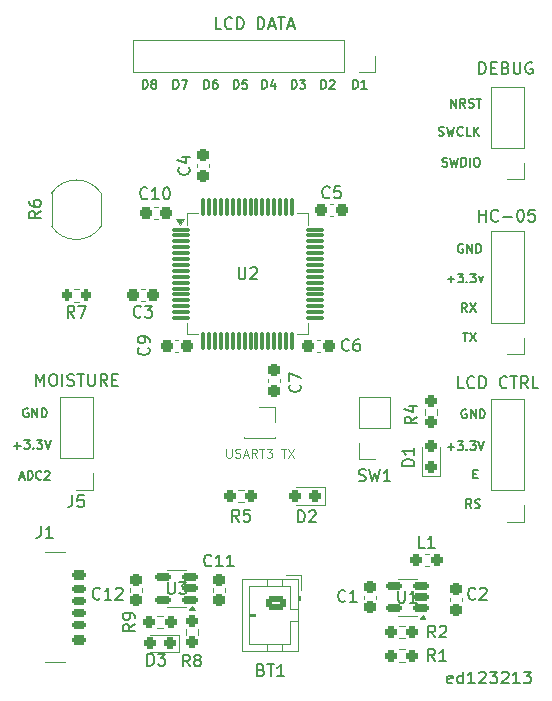
<source format=gto>
%TF.GenerationSoftware,KiCad,Pcbnew,9.0.2-9.0.2-0~ubuntu22.04.1*%
%TF.CreationDate,2025-06-28T11:11:14+01:00*%
%TF.ProjectId,pcb,7063622e-6b69-4636-9164-5f7063625858,rev?*%
%TF.SameCoordinates,Original*%
%TF.FileFunction,Legend,Top*%
%TF.FilePolarity,Positive*%
%FSLAX46Y46*%
G04 Gerber Fmt 4.6, Leading zero omitted, Abs format (unit mm)*
G04 Created by KiCad (PCBNEW 9.0.2-9.0.2-0~ubuntu22.04.1) date 2025-06-28 11:11:14*
%MOMM*%
%LPD*%
G01*
G04 APERTURE LIST*
G04 Aperture macros list*
%AMRoundRect*
0 Rectangle with rounded corners*
0 $1 Rounding radius*
0 $2 $3 $4 $5 $6 $7 $8 $9 X,Y pos of 4 corners*
0 Add a 4 corners polygon primitive as box body*
4,1,4,$2,$3,$4,$5,$6,$7,$8,$9,$2,$3,0*
0 Add four circle primitives for the rounded corners*
1,1,$1+$1,$2,$3*
1,1,$1+$1,$4,$5*
1,1,$1+$1,$6,$7*
1,1,$1+$1,$8,$9*
0 Add four rect primitives between the rounded corners*
20,1,$1+$1,$2,$3,$4,$5,0*
20,1,$1+$1,$4,$5,$6,$7,0*
20,1,$1+$1,$6,$7,$8,$9,0*
20,1,$1+$1,$8,$9,$2,$3,0*%
G04 Aperture macros list end*
%ADD10C,0.150000*%
%ADD11C,0.093750*%
%ADD12C,0.120000*%
%ADD13RoundRect,0.237500X-0.237500X0.300000X-0.237500X-0.300000X0.237500X-0.300000X0.237500X0.300000X0*%
%ADD14RoundRect,0.237500X0.300000X0.237500X-0.300000X0.237500X-0.300000X-0.237500X0.300000X-0.237500X0*%
%ADD15RoundRect,0.237500X-0.300000X-0.237500X0.300000X-0.237500X0.300000X0.237500X-0.300000X0.237500X0*%
%ADD16RoundRect,0.237500X0.237500X-0.287500X0.237500X0.287500X-0.237500X0.287500X-0.237500X-0.287500X0*%
%ADD17RoundRect,0.237500X0.287500X0.237500X-0.287500X0.237500X-0.287500X-0.237500X0.287500X-0.237500X0*%
%ADD18RoundRect,0.200000X0.200000X0.275000X-0.200000X0.275000X-0.200000X-0.275000X0.200000X-0.275000X0*%
%ADD19R,1.700000X1.700000*%
%ADD20C,1.700000*%
%ADD21C,1.600000*%
%ADD22RoundRect,0.237500X0.237500X-0.250000X0.237500X0.250000X-0.237500X0.250000X-0.237500X-0.250000X0*%
%ADD23RoundRect,0.237500X0.250000X0.237500X-0.250000X0.237500X-0.250000X-0.237500X0.250000X-0.237500X0*%
%ADD24RoundRect,0.237500X-0.287500X-0.237500X0.287500X-0.237500X0.287500X0.237500X-0.287500X0.237500X0*%
%ADD25RoundRect,0.075000X-0.700000X-0.075000X0.700000X-0.075000X0.700000X0.075000X-0.700000X0.075000X0*%
%ADD26RoundRect,0.075000X-0.075000X-0.700000X0.075000X-0.700000X0.075000X0.700000X-0.075000X0.700000X0*%
%ADD27RoundRect,0.150000X0.512500X0.150000X-0.512500X0.150000X-0.512500X-0.150000X0.512500X-0.150000X0*%
%ADD28RoundRect,0.250000X-0.625000X0.350000X-0.625000X-0.350000X0.625000X-0.350000X0.625000X0.350000X0*%
%ADD29O,1.750000X1.200000*%
%ADD30RoundRect,0.237500X0.237500X-0.300000X0.237500X0.300000X-0.237500X0.300000X-0.237500X-0.300000X0*%
%ADD31RoundRect,0.175000X-0.425000X0.175000X-0.425000X-0.175000X0.425000X-0.175000X0.425000X0.175000X0*%
%ADD32RoundRect,0.190000X0.410000X-0.190000X0.410000X0.190000X-0.410000X0.190000X-0.410000X-0.190000X0*%
%ADD33RoundRect,0.200000X0.400000X-0.200000X0.400000X0.200000X-0.400000X0.200000X-0.400000X-0.200000X0*%
%ADD34RoundRect,0.175000X0.425000X-0.175000X0.425000X0.175000X-0.425000X0.175000X-0.425000X-0.175000X0*%
%ADD35RoundRect,0.190000X-0.410000X0.190000X-0.410000X-0.190000X0.410000X-0.190000X0.410000X0.190000X0*%
%ADD36RoundRect,0.200000X-0.400000X0.200000X-0.400000X-0.200000X0.400000X-0.200000X0.400000X0.200000X0*%
%ADD37O,1.700000X1.100000*%
%ADD38RoundRect,0.237500X-0.250000X-0.237500X0.250000X-0.237500X0.250000X0.237500X-0.250000X0.237500X0*%
G04 APERTURE END LIST*
D10*
X103080952Y-97807200D02*
X102985714Y-97854819D01*
X102985714Y-97854819D02*
X102795238Y-97854819D01*
X102795238Y-97854819D02*
X102700000Y-97807200D01*
X102700000Y-97807200D02*
X102652381Y-97711961D01*
X102652381Y-97711961D02*
X102652381Y-97331009D01*
X102652381Y-97331009D02*
X102700000Y-97235771D01*
X102700000Y-97235771D02*
X102795238Y-97188152D01*
X102795238Y-97188152D02*
X102985714Y-97188152D01*
X102985714Y-97188152D02*
X103080952Y-97235771D01*
X103080952Y-97235771D02*
X103128571Y-97331009D01*
X103128571Y-97331009D02*
X103128571Y-97426247D01*
X103128571Y-97426247D02*
X102652381Y-97521485D01*
X103985714Y-97854819D02*
X103985714Y-96854819D01*
X103985714Y-97807200D02*
X103890476Y-97854819D01*
X103890476Y-97854819D02*
X103700000Y-97854819D01*
X103700000Y-97854819D02*
X103604762Y-97807200D01*
X103604762Y-97807200D02*
X103557143Y-97759580D01*
X103557143Y-97759580D02*
X103509524Y-97664342D01*
X103509524Y-97664342D02*
X103509524Y-97378628D01*
X103509524Y-97378628D02*
X103557143Y-97283390D01*
X103557143Y-97283390D02*
X103604762Y-97235771D01*
X103604762Y-97235771D02*
X103700000Y-97188152D01*
X103700000Y-97188152D02*
X103890476Y-97188152D01*
X103890476Y-97188152D02*
X103985714Y-97235771D01*
X104985714Y-97854819D02*
X104414286Y-97854819D01*
X104700000Y-97854819D02*
X104700000Y-96854819D01*
X104700000Y-96854819D02*
X104604762Y-96997676D01*
X104604762Y-96997676D02*
X104509524Y-97092914D01*
X104509524Y-97092914D02*
X104414286Y-97140533D01*
X105366667Y-96950057D02*
X105414286Y-96902438D01*
X105414286Y-96902438D02*
X105509524Y-96854819D01*
X105509524Y-96854819D02*
X105747619Y-96854819D01*
X105747619Y-96854819D02*
X105842857Y-96902438D01*
X105842857Y-96902438D02*
X105890476Y-96950057D01*
X105890476Y-96950057D02*
X105938095Y-97045295D01*
X105938095Y-97045295D02*
X105938095Y-97140533D01*
X105938095Y-97140533D02*
X105890476Y-97283390D01*
X105890476Y-97283390D02*
X105319048Y-97854819D01*
X105319048Y-97854819D02*
X105938095Y-97854819D01*
X106271429Y-96854819D02*
X106890476Y-96854819D01*
X106890476Y-96854819D02*
X106557143Y-97235771D01*
X106557143Y-97235771D02*
X106700000Y-97235771D01*
X106700000Y-97235771D02*
X106795238Y-97283390D01*
X106795238Y-97283390D02*
X106842857Y-97331009D01*
X106842857Y-97331009D02*
X106890476Y-97426247D01*
X106890476Y-97426247D02*
X106890476Y-97664342D01*
X106890476Y-97664342D02*
X106842857Y-97759580D01*
X106842857Y-97759580D02*
X106795238Y-97807200D01*
X106795238Y-97807200D02*
X106700000Y-97854819D01*
X106700000Y-97854819D02*
X106414286Y-97854819D01*
X106414286Y-97854819D02*
X106319048Y-97807200D01*
X106319048Y-97807200D02*
X106271429Y-97759580D01*
X107271429Y-96950057D02*
X107319048Y-96902438D01*
X107319048Y-96902438D02*
X107414286Y-96854819D01*
X107414286Y-96854819D02*
X107652381Y-96854819D01*
X107652381Y-96854819D02*
X107747619Y-96902438D01*
X107747619Y-96902438D02*
X107795238Y-96950057D01*
X107795238Y-96950057D02*
X107842857Y-97045295D01*
X107842857Y-97045295D02*
X107842857Y-97140533D01*
X107842857Y-97140533D02*
X107795238Y-97283390D01*
X107795238Y-97283390D02*
X107223810Y-97854819D01*
X107223810Y-97854819D02*
X107842857Y-97854819D01*
X108795238Y-97854819D02*
X108223810Y-97854819D01*
X108509524Y-97854819D02*
X108509524Y-96854819D01*
X108509524Y-96854819D02*
X108414286Y-96997676D01*
X108414286Y-96997676D02*
X108319048Y-97092914D01*
X108319048Y-97092914D02*
X108223810Y-97140533D01*
X109128572Y-96854819D02*
X109747619Y-96854819D01*
X109747619Y-96854819D02*
X109414286Y-97235771D01*
X109414286Y-97235771D02*
X109557143Y-97235771D01*
X109557143Y-97235771D02*
X109652381Y-97283390D01*
X109652381Y-97283390D02*
X109700000Y-97331009D01*
X109700000Y-97331009D02*
X109747619Y-97426247D01*
X109747619Y-97426247D02*
X109747619Y-97664342D01*
X109747619Y-97664342D02*
X109700000Y-97759580D01*
X109700000Y-97759580D02*
X109652381Y-97807200D01*
X109652381Y-97807200D02*
X109557143Y-97854819D01*
X109557143Y-97854819D02*
X109271429Y-97854819D01*
X109271429Y-97854819D02*
X109176191Y-97807200D01*
X109176191Y-97807200D02*
X109128572Y-97759580D01*
X66441541Y-80386128D02*
X66798684Y-80386128D01*
X66370112Y-80600414D02*
X66620112Y-79850414D01*
X66620112Y-79850414D02*
X66870112Y-80600414D01*
X67120112Y-80600414D02*
X67120112Y-79850414D01*
X67120112Y-79850414D02*
X67298683Y-79850414D01*
X67298683Y-79850414D02*
X67405826Y-79886128D01*
X67405826Y-79886128D02*
X67477255Y-79957557D01*
X67477255Y-79957557D02*
X67512969Y-80028985D01*
X67512969Y-80028985D02*
X67548683Y-80171842D01*
X67548683Y-80171842D02*
X67548683Y-80278985D01*
X67548683Y-80278985D02*
X67512969Y-80421842D01*
X67512969Y-80421842D02*
X67477255Y-80493271D01*
X67477255Y-80493271D02*
X67405826Y-80564700D01*
X67405826Y-80564700D02*
X67298683Y-80600414D01*
X67298683Y-80600414D02*
X67120112Y-80600414D01*
X68298683Y-80528985D02*
X68262969Y-80564700D01*
X68262969Y-80564700D02*
X68155826Y-80600414D01*
X68155826Y-80600414D02*
X68084398Y-80600414D01*
X68084398Y-80600414D02*
X67977255Y-80564700D01*
X67977255Y-80564700D02*
X67905826Y-80493271D01*
X67905826Y-80493271D02*
X67870112Y-80421842D01*
X67870112Y-80421842D02*
X67834398Y-80278985D01*
X67834398Y-80278985D02*
X67834398Y-80171842D01*
X67834398Y-80171842D02*
X67870112Y-80028985D01*
X67870112Y-80028985D02*
X67905826Y-79957557D01*
X67905826Y-79957557D02*
X67977255Y-79886128D01*
X67977255Y-79886128D02*
X68084398Y-79850414D01*
X68084398Y-79850414D02*
X68155826Y-79850414D01*
X68155826Y-79850414D02*
X68262969Y-79886128D01*
X68262969Y-79886128D02*
X68298683Y-79921842D01*
X68584398Y-79921842D02*
X68620112Y-79886128D01*
X68620112Y-79886128D02*
X68691541Y-79850414D01*
X68691541Y-79850414D02*
X68870112Y-79850414D01*
X68870112Y-79850414D02*
X68941541Y-79886128D01*
X68941541Y-79886128D02*
X68977255Y-79921842D01*
X68977255Y-79921842D02*
X69012969Y-79993271D01*
X69012969Y-79993271D02*
X69012969Y-80064700D01*
X69012969Y-80064700D02*
X68977255Y-80171842D01*
X68977255Y-80171842D02*
X68548683Y-80600414D01*
X68548683Y-80600414D02*
X69012969Y-80600414D01*
X65977255Y-77714700D02*
X66548684Y-77714700D01*
X66262969Y-78000414D02*
X66262969Y-77428985D01*
X66834397Y-77250414D02*
X67298683Y-77250414D01*
X67298683Y-77250414D02*
X67048683Y-77536128D01*
X67048683Y-77536128D02*
X67155826Y-77536128D01*
X67155826Y-77536128D02*
X67227255Y-77571842D01*
X67227255Y-77571842D02*
X67262969Y-77607557D01*
X67262969Y-77607557D02*
X67298683Y-77678985D01*
X67298683Y-77678985D02*
X67298683Y-77857557D01*
X67298683Y-77857557D02*
X67262969Y-77928985D01*
X67262969Y-77928985D02*
X67227255Y-77964700D01*
X67227255Y-77964700D02*
X67155826Y-78000414D01*
X67155826Y-78000414D02*
X66941540Y-78000414D01*
X66941540Y-78000414D02*
X66870112Y-77964700D01*
X66870112Y-77964700D02*
X66834397Y-77928985D01*
X67620112Y-77928985D02*
X67655826Y-77964700D01*
X67655826Y-77964700D02*
X67620112Y-78000414D01*
X67620112Y-78000414D02*
X67584398Y-77964700D01*
X67584398Y-77964700D02*
X67620112Y-77928985D01*
X67620112Y-77928985D02*
X67620112Y-78000414D01*
X67905826Y-77250414D02*
X68370112Y-77250414D01*
X68370112Y-77250414D02*
X68120112Y-77536128D01*
X68120112Y-77536128D02*
X68227255Y-77536128D01*
X68227255Y-77536128D02*
X68298684Y-77571842D01*
X68298684Y-77571842D02*
X68334398Y-77607557D01*
X68334398Y-77607557D02*
X68370112Y-77678985D01*
X68370112Y-77678985D02*
X68370112Y-77857557D01*
X68370112Y-77857557D02*
X68334398Y-77928985D01*
X68334398Y-77928985D02*
X68298684Y-77964700D01*
X68298684Y-77964700D02*
X68227255Y-78000414D01*
X68227255Y-78000414D02*
X68012969Y-78000414D01*
X68012969Y-78000414D02*
X67941541Y-77964700D01*
X67941541Y-77964700D02*
X67905826Y-77928985D01*
X68584398Y-77250414D02*
X68834398Y-78000414D01*
X68834398Y-78000414D02*
X69084398Y-77250414D01*
X67170112Y-74586128D02*
X67098684Y-74550414D01*
X67098684Y-74550414D02*
X66991541Y-74550414D01*
X66991541Y-74550414D02*
X66884398Y-74586128D01*
X66884398Y-74586128D02*
X66812969Y-74657557D01*
X66812969Y-74657557D02*
X66777255Y-74728985D01*
X66777255Y-74728985D02*
X66741541Y-74871842D01*
X66741541Y-74871842D02*
X66741541Y-74978985D01*
X66741541Y-74978985D02*
X66777255Y-75121842D01*
X66777255Y-75121842D02*
X66812969Y-75193271D01*
X66812969Y-75193271D02*
X66884398Y-75264700D01*
X66884398Y-75264700D02*
X66991541Y-75300414D01*
X66991541Y-75300414D02*
X67062969Y-75300414D01*
X67062969Y-75300414D02*
X67170112Y-75264700D01*
X67170112Y-75264700D02*
X67205826Y-75228985D01*
X67205826Y-75228985D02*
X67205826Y-74978985D01*
X67205826Y-74978985D02*
X67062969Y-74978985D01*
X67527255Y-75300414D02*
X67527255Y-74550414D01*
X67527255Y-74550414D02*
X67955826Y-75300414D01*
X67955826Y-75300414D02*
X67955826Y-74550414D01*
X68312969Y-75300414D02*
X68312969Y-74550414D01*
X68312969Y-74550414D02*
X68491540Y-74550414D01*
X68491540Y-74550414D02*
X68598683Y-74586128D01*
X68598683Y-74586128D02*
X68670112Y-74657557D01*
X68670112Y-74657557D02*
X68705826Y-74728985D01*
X68705826Y-74728985D02*
X68741540Y-74871842D01*
X68741540Y-74871842D02*
X68741540Y-74978985D01*
X68741540Y-74978985D02*
X68705826Y-75121842D01*
X68705826Y-75121842D02*
X68670112Y-75193271D01*
X68670112Y-75193271D02*
X68598683Y-75264700D01*
X68598683Y-75264700D02*
X68491540Y-75300414D01*
X68491540Y-75300414D02*
X68312969Y-75300414D01*
X104705826Y-83000414D02*
X104455826Y-82643271D01*
X104277255Y-83000414D02*
X104277255Y-82250414D01*
X104277255Y-82250414D02*
X104562969Y-82250414D01*
X104562969Y-82250414D02*
X104634398Y-82286128D01*
X104634398Y-82286128D02*
X104670112Y-82321842D01*
X104670112Y-82321842D02*
X104705826Y-82393271D01*
X104705826Y-82393271D02*
X104705826Y-82500414D01*
X104705826Y-82500414D02*
X104670112Y-82571842D01*
X104670112Y-82571842D02*
X104634398Y-82607557D01*
X104634398Y-82607557D02*
X104562969Y-82643271D01*
X104562969Y-82643271D02*
X104277255Y-82643271D01*
X104991541Y-82964700D02*
X105098684Y-83000414D01*
X105098684Y-83000414D02*
X105277255Y-83000414D01*
X105277255Y-83000414D02*
X105348684Y-82964700D01*
X105348684Y-82964700D02*
X105384398Y-82928985D01*
X105384398Y-82928985D02*
X105420112Y-82857557D01*
X105420112Y-82857557D02*
X105420112Y-82786128D01*
X105420112Y-82786128D02*
X105384398Y-82714700D01*
X105384398Y-82714700D02*
X105348684Y-82678985D01*
X105348684Y-82678985D02*
X105277255Y-82643271D01*
X105277255Y-82643271D02*
X105134398Y-82607557D01*
X105134398Y-82607557D02*
X105062969Y-82571842D01*
X105062969Y-82571842D02*
X105027255Y-82536128D01*
X105027255Y-82536128D02*
X104991541Y-82464700D01*
X104991541Y-82464700D02*
X104991541Y-82393271D01*
X104991541Y-82393271D02*
X105027255Y-82321842D01*
X105027255Y-82321842D02*
X105062969Y-82286128D01*
X105062969Y-82286128D02*
X105134398Y-82250414D01*
X105134398Y-82250414D02*
X105312969Y-82250414D01*
X105312969Y-82250414D02*
X105420112Y-82286128D01*
X104877255Y-80107557D02*
X105127255Y-80107557D01*
X105234398Y-80500414D02*
X104877255Y-80500414D01*
X104877255Y-80500414D02*
X104877255Y-79750414D01*
X104877255Y-79750414D02*
X105234398Y-79750414D01*
X102677255Y-77814700D02*
X103248684Y-77814700D01*
X102962969Y-78100414D02*
X102962969Y-77528985D01*
X103534397Y-77350414D02*
X103998683Y-77350414D01*
X103998683Y-77350414D02*
X103748683Y-77636128D01*
X103748683Y-77636128D02*
X103855826Y-77636128D01*
X103855826Y-77636128D02*
X103927255Y-77671842D01*
X103927255Y-77671842D02*
X103962969Y-77707557D01*
X103962969Y-77707557D02*
X103998683Y-77778985D01*
X103998683Y-77778985D02*
X103998683Y-77957557D01*
X103998683Y-77957557D02*
X103962969Y-78028985D01*
X103962969Y-78028985D02*
X103927255Y-78064700D01*
X103927255Y-78064700D02*
X103855826Y-78100414D01*
X103855826Y-78100414D02*
X103641540Y-78100414D01*
X103641540Y-78100414D02*
X103570112Y-78064700D01*
X103570112Y-78064700D02*
X103534397Y-78028985D01*
X104320112Y-78028985D02*
X104355826Y-78064700D01*
X104355826Y-78064700D02*
X104320112Y-78100414D01*
X104320112Y-78100414D02*
X104284398Y-78064700D01*
X104284398Y-78064700D02*
X104320112Y-78028985D01*
X104320112Y-78028985D02*
X104320112Y-78100414D01*
X104605826Y-77350414D02*
X105070112Y-77350414D01*
X105070112Y-77350414D02*
X104820112Y-77636128D01*
X104820112Y-77636128D02*
X104927255Y-77636128D01*
X104927255Y-77636128D02*
X104998684Y-77671842D01*
X104998684Y-77671842D02*
X105034398Y-77707557D01*
X105034398Y-77707557D02*
X105070112Y-77778985D01*
X105070112Y-77778985D02*
X105070112Y-77957557D01*
X105070112Y-77957557D02*
X105034398Y-78028985D01*
X105034398Y-78028985D02*
X104998684Y-78064700D01*
X104998684Y-78064700D02*
X104927255Y-78100414D01*
X104927255Y-78100414D02*
X104712969Y-78100414D01*
X104712969Y-78100414D02*
X104641541Y-78064700D01*
X104641541Y-78064700D02*
X104605826Y-78028985D01*
X105284398Y-77350414D02*
X105534398Y-78100414D01*
X105534398Y-78100414D02*
X105784398Y-77350414D01*
X104270112Y-74686128D02*
X104198684Y-74650414D01*
X104198684Y-74650414D02*
X104091541Y-74650414D01*
X104091541Y-74650414D02*
X103984398Y-74686128D01*
X103984398Y-74686128D02*
X103912969Y-74757557D01*
X103912969Y-74757557D02*
X103877255Y-74828985D01*
X103877255Y-74828985D02*
X103841541Y-74971842D01*
X103841541Y-74971842D02*
X103841541Y-75078985D01*
X103841541Y-75078985D02*
X103877255Y-75221842D01*
X103877255Y-75221842D02*
X103912969Y-75293271D01*
X103912969Y-75293271D02*
X103984398Y-75364700D01*
X103984398Y-75364700D02*
X104091541Y-75400414D01*
X104091541Y-75400414D02*
X104162969Y-75400414D01*
X104162969Y-75400414D02*
X104270112Y-75364700D01*
X104270112Y-75364700D02*
X104305826Y-75328985D01*
X104305826Y-75328985D02*
X104305826Y-75078985D01*
X104305826Y-75078985D02*
X104162969Y-75078985D01*
X104627255Y-75400414D02*
X104627255Y-74650414D01*
X104627255Y-74650414D02*
X105055826Y-75400414D01*
X105055826Y-75400414D02*
X105055826Y-74650414D01*
X105412969Y-75400414D02*
X105412969Y-74650414D01*
X105412969Y-74650414D02*
X105591540Y-74650414D01*
X105591540Y-74650414D02*
X105698683Y-74686128D01*
X105698683Y-74686128D02*
X105770112Y-74757557D01*
X105770112Y-74757557D02*
X105805826Y-74828985D01*
X105805826Y-74828985D02*
X105841540Y-74971842D01*
X105841540Y-74971842D02*
X105841540Y-75078985D01*
X105841540Y-75078985D02*
X105805826Y-75221842D01*
X105805826Y-75221842D02*
X105770112Y-75293271D01*
X105770112Y-75293271D02*
X105698683Y-75364700D01*
X105698683Y-75364700D02*
X105591540Y-75400414D01*
X105591540Y-75400414D02*
X105412969Y-75400414D01*
X103970112Y-68150414D02*
X104398684Y-68150414D01*
X104184398Y-68900414D02*
X104184398Y-68150414D01*
X104577255Y-68150414D02*
X105077255Y-68900414D01*
X105077255Y-68150414D02*
X104577255Y-68900414D01*
X104305826Y-66400414D02*
X104055826Y-66043271D01*
X103877255Y-66400414D02*
X103877255Y-65650414D01*
X103877255Y-65650414D02*
X104162969Y-65650414D01*
X104162969Y-65650414D02*
X104234398Y-65686128D01*
X104234398Y-65686128D02*
X104270112Y-65721842D01*
X104270112Y-65721842D02*
X104305826Y-65793271D01*
X104305826Y-65793271D02*
X104305826Y-65900414D01*
X104305826Y-65900414D02*
X104270112Y-65971842D01*
X104270112Y-65971842D02*
X104234398Y-66007557D01*
X104234398Y-66007557D02*
X104162969Y-66043271D01*
X104162969Y-66043271D02*
X103877255Y-66043271D01*
X104555826Y-65650414D02*
X105055826Y-66400414D01*
X105055826Y-65650414D02*
X104555826Y-66400414D01*
X102677255Y-63614700D02*
X103248684Y-63614700D01*
X102962969Y-63900414D02*
X102962969Y-63328985D01*
X103534397Y-63150414D02*
X103998683Y-63150414D01*
X103998683Y-63150414D02*
X103748683Y-63436128D01*
X103748683Y-63436128D02*
X103855826Y-63436128D01*
X103855826Y-63436128D02*
X103927255Y-63471842D01*
X103927255Y-63471842D02*
X103962969Y-63507557D01*
X103962969Y-63507557D02*
X103998683Y-63578985D01*
X103998683Y-63578985D02*
X103998683Y-63757557D01*
X103998683Y-63757557D02*
X103962969Y-63828985D01*
X103962969Y-63828985D02*
X103927255Y-63864700D01*
X103927255Y-63864700D02*
X103855826Y-63900414D01*
X103855826Y-63900414D02*
X103641540Y-63900414D01*
X103641540Y-63900414D02*
X103570112Y-63864700D01*
X103570112Y-63864700D02*
X103534397Y-63828985D01*
X104320112Y-63828985D02*
X104355826Y-63864700D01*
X104355826Y-63864700D02*
X104320112Y-63900414D01*
X104320112Y-63900414D02*
X104284398Y-63864700D01*
X104284398Y-63864700D02*
X104320112Y-63828985D01*
X104320112Y-63828985D02*
X104320112Y-63900414D01*
X104605826Y-63150414D02*
X105070112Y-63150414D01*
X105070112Y-63150414D02*
X104820112Y-63436128D01*
X104820112Y-63436128D02*
X104927255Y-63436128D01*
X104927255Y-63436128D02*
X104998684Y-63471842D01*
X104998684Y-63471842D02*
X105034398Y-63507557D01*
X105034398Y-63507557D02*
X105070112Y-63578985D01*
X105070112Y-63578985D02*
X105070112Y-63757557D01*
X105070112Y-63757557D02*
X105034398Y-63828985D01*
X105034398Y-63828985D02*
X104998684Y-63864700D01*
X104998684Y-63864700D02*
X104927255Y-63900414D01*
X104927255Y-63900414D02*
X104712969Y-63900414D01*
X104712969Y-63900414D02*
X104641541Y-63864700D01*
X104641541Y-63864700D02*
X104605826Y-63828985D01*
X105320112Y-63400414D02*
X105498684Y-63900414D01*
X105498684Y-63900414D02*
X105677255Y-63400414D01*
X103970112Y-60686128D02*
X103898684Y-60650414D01*
X103898684Y-60650414D02*
X103791541Y-60650414D01*
X103791541Y-60650414D02*
X103684398Y-60686128D01*
X103684398Y-60686128D02*
X103612969Y-60757557D01*
X103612969Y-60757557D02*
X103577255Y-60828985D01*
X103577255Y-60828985D02*
X103541541Y-60971842D01*
X103541541Y-60971842D02*
X103541541Y-61078985D01*
X103541541Y-61078985D02*
X103577255Y-61221842D01*
X103577255Y-61221842D02*
X103612969Y-61293271D01*
X103612969Y-61293271D02*
X103684398Y-61364700D01*
X103684398Y-61364700D02*
X103791541Y-61400414D01*
X103791541Y-61400414D02*
X103862969Y-61400414D01*
X103862969Y-61400414D02*
X103970112Y-61364700D01*
X103970112Y-61364700D02*
X104005826Y-61328985D01*
X104005826Y-61328985D02*
X104005826Y-61078985D01*
X104005826Y-61078985D02*
X103862969Y-61078985D01*
X104327255Y-61400414D02*
X104327255Y-60650414D01*
X104327255Y-60650414D02*
X104755826Y-61400414D01*
X104755826Y-61400414D02*
X104755826Y-60650414D01*
X105112969Y-61400414D02*
X105112969Y-60650414D01*
X105112969Y-60650414D02*
X105291540Y-60650414D01*
X105291540Y-60650414D02*
X105398683Y-60686128D01*
X105398683Y-60686128D02*
X105470112Y-60757557D01*
X105470112Y-60757557D02*
X105505826Y-60828985D01*
X105505826Y-60828985D02*
X105541540Y-60971842D01*
X105541540Y-60971842D02*
X105541540Y-61078985D01*
X105541540Y-61078985D02*
X105505826Y-61221842D01*
X105505826Y-61221842D02*
X105470112Y-61293271D01*
X105470112Y-61293271D02*
X105398683Y-61364700D01*
X105398683Y-61364700D02*
X105291540Y-61400414D01*
X105291540Y-61400414D02*
X105112969Y-61400414D01*
X102241541Y-54064700D02*
X102348684Y-54100414D01*
X102348684Y-54100414D02*
X102527255Y-54100414D01*
X102527255Y-54100414D02*
X102598684Y-54064700D01*
X102598684Y-54064700D02*
X102634398Y-54028985D01*
X102634398Y-54028985D02*
X102670112Y-53957557D01*
X102670112Y-53957557D02*
X102670112Y-53886128D01*
X102670112Y-53886128D02*
X102634398Y-53814700D01*
X102634398Y-53814700D02*
X102598684Y-53778985D01*
X102598684Y-53778985D02*
X102527255Y-53743271D01*
X102527255Y-53743271D02*
X102384398Y-53707557D01*
X102384398Y-53707557D02*
X102312969Y-53671842D01*
X102312969Y-53671842D02*
X102277255Y-53636128D01*
X102277255Y-53636128D02*
X102241541Y-53564700D01*
X102241541Y-53564700D02*
X102241541Y-53493271D01*
X102241541Y-53493271D02*
X102277255Y-53421842D01*
X102277255Y-53421842D02*
X102312969Y-53386128D01*
X102312969Y-53386128D02*
X102384398Y-53350414D01*
X102384398Y-53350414D02*
X102562969Y-53350414D01*
X102562969Y-53350414D02*
X102670112Y-53386128D01*
X102920112Y-53350414D02*
X103098684Y-54100414D01*
X103098684Y-54100414D02*
X103241541Y-53564700D01*
X103241541Y-53564700D02*
X103384398Y-54100414D01*
X103384398Y-54100414D02*
X103562970Y-53350414D01*
X103848684Y-54100414D02*
X103848684Y-53350414D01*
X103848684Y-53350414D02*
X104027255Y-53350414D01*
X104027255Y-53350414D02*
X104134398Y-53386128D01*
X104134398Y-53386128D02*
X104205827Y-53457557D01*
X104205827Y-53457557D02*
X104241541Y-53528985D01*
X104241541Y-53528985D02*
X104277255Y-53671842D01*
X104277255Y-53671842D02*
X104277255Y-53778985D01*
X104277255Y-53778985D02*
X104241541Y-53921842D01*
X104241541Y-53921842D02*
X104205827Y-53993271D01*
X104205827Y-53993271D02*
X104134398Y-54064700D01*
X104134398Y-54064700D02*
X104027255Y-54100414D01*
X104027255Y-54100414D02*
X103848684Y-54100414D01*
X104598684Y-54100414D02*
X104598684Y-53350414D01*
X105098684Y-53350414D02*
X105241541Y-53350414D01*
X105241541Y-53350414D02*
X105312970Y-53386128D01*
X105312970Y-53386128D02*
X105384398Y-53457557D01*
X105384398Y-53457557D02*
X105420113Y-53600414D01*
X105420113Y-53600414D02*
X105420113Y-53850414D01*
X105420113Y-53850414D02*
X105384398Y-53993271D01*
X105384398Y-53993271D02*
X105312970Y-54064700D01*
X105312970Y-54064700D02*
X105241541Y-54100414D01*
X105241541Y-54100414D02*
X105098684Y-54100414D01*
X105098684Y-54100414D02*
X105027256Y-54064700D01*
X105027256Y-54064700D02*
X104955827Y-53993271D01*
X104955827Y-53993271D02*
X104920113Y-53850414D01*
X104920113Y-53850414D02*
X104920113Y-53600414D01*
X104920113Y-53600414D02*
X104955827Y-53457557D01*
X104955827Y-53457557D02*
X105027256Y-53386128D01*
X105027256Y-53386128D02*
X105098684Y-53350414D01*
X101941541Y-51464700D02*
X102048684Y-51500414D01*
X102048684Y-51500414D02*
X102227255Y-51500414D01*
X102227255Y-51500414D02*
X102298684Y-51464700D01*
X102298684Y-51464700D02*
X102334398Y-51428985D01*
X102334398Y-51428985D02*
X102370112Y-51357557D01*
X102370112Y-51357557D02*
X102370112Y-51286128D01*
X102370112Y-51286128D02*
X102334398Y-51214700D01*
X102334398Y-51214700D02*
X102298684Y-51178985D01*
X102298684Y-51178985D02*
X102227255Y-51143271D01*
X102227255Y-51143271D02*
X102084398Y-51107557D01*
X102084398Y-51107557D02*
X102012969Y-51071842D01*
X102012969Y-51071842D02*
X101977255Y-51036128D01*
X101977255Y-51036128D02*
X101941541Y-50964700D01*
X101941541Y-50964700D02*
X101941541Y-50893271D01*
X101941541Y-50893271D02*
X101977255Y-50821842D01*
X101977255Y-50821842D02*
X102012969Y-50786128D01*
X102012969Y-50786128D02*
X102084398Y-50750414D01*
X102084398Y-50750414D02*
X102262969Y-50750414D01*
X102262969Y-50750414D02*
X102370112Y-50786128D01*
X102620112Y-50750414D02*
X102798684Y-51500414D01*
X102798684Y-51500414D02*
X102941541Y-50964700D01*
X102941541Y-50964700D02*
X103084398Y-51500414D01*
X103084398Y-51500414D02*
X103262970Y-50750414D01*
X103977255Y-51428985D02*
X103941541Y-51464700D01*
X103941541Y-51464700D02*
X103834398Y-51500414D01*
X103834398Y-51500414D02*
X103762970Y-51500414D01*
X103762970Y-51500414D02*
X103655827Y-51464700D01*
X103655827Y-51464700D02*
X103584398Y-51393271D01*
X103584398Y-51393271D02*
X103548684Y-51321842D01*
X103548684Y-51321842D02*
X103512970Y-51178985D01*
X103512970Y-51178985D02*
X103512970Y-51071842D01*
X103512970Y-51071842D02*
X103548684Y-50928985D01*
X103548684Y-50928985D02*
X103584398Y-50857557D01*
X103584398Y-50857557D02*
X103655827Y-50786128D01*
X103655827Y-50786128D02*
X103762970Y-50750414D01*
X103762970Y-50750414D02*
X103834398Y-50750414D01*
X103834398Y-50750414D02*
X103941541Y-50786128D01*
X103941541Y-50786128D02*
X103977255Y-50821842D01*
X104655827Y-51500414D02*
X104298684Y-51500414D01*
X104298684Y-51500414D02*
X104298684Y-50750414D01*
X104905827Y-51500414D02*
X104905827Y-50750414D01*
X105334398Y-51500414D02*
X105012970Y-51071842D01*
X105334398Y-50750414D02*
X104905827Y-51178985D01*
X102977255Y-49100414D02*
X102977255Y-48350414D01*
X102977255Y-48350414D02*
X103405826Y-49100414D01*
X103405826Y-49100414D02*
X103405826Y-48350414D01*
X104191540Y-49100414D02*
X103941540Y-48743271D01*
X103762969Y-49100414D02*
X103762969Y-48350414D01*
X103762969Y-48350414D02*
X104048683Y-48350414D01*
X104048683Y-48350414D02*
X104120112Y-48386128D01*
X104120112Y-48386128D02*
X104155826Y-48421842D01*
X104155826Y-48421842D02*
X104191540Y-48493271D01*
X104191540Y-48493271D02*
X104191540Y-48600414D01*
X104191540Y-48600414D02*
X104155826Y-48671842D01*
X104155826Y-48671842D02*
X104120112Y-48707557D01*
X104120112Y-48707557D02*
X104048683Y-48743271D01*
X104048683Y-48743271D02*
X103762969Y-48743271D01*
X104477255Y-49064700D02*
X104584398Y-49100414D01*
X104584398Y-49100414D02*
X104762969Y-49100414D01*
X104762969Y-49100414D02*
X104834398Y-49064700D01*
X104834398Y-49064700D02*
X104870112Y-49028985D01*
X104870112Y-49028985D02*
X104905826Y-48957557D01*
X104905826Y-48957557D02*
X104905826Y-48886128D01*
X104905826Y-48886128D02*
X104870112Y-48814700D01*
X104870112Y-48814700D02*
X104834398Y-48778985D01*
X104834398Y-48778985D02*
X104762969Y-48743271D01*
X104762969Y-48743271D02*
X104620112Y-48707557D01*
X104620112Y-48707557D02*
X104548683Y-48671842D01*
X104548683Y-48671842D02*
X104512969Y-48636128D01*
X104512969Y-48636128D02*
X104477255Y-48564700D01*
X104477255Y-48564700D02*
X104477255Y-48493271D01*
X104477255Y-48493271D02*
X104512969Y-48421842D01*
X104512969Y-48421842D02*
X104548683Y-48386128D01*
X104548683Y-48386128D02*
X104620112Y-48350414D01*
X104620112Y-48350414D02*
X104798683Y-48350414D01*
X104798683Y-48350414D02*
X104905826Y-48386128D01*
X105120112Y-48350414D02*
X105548684Y-48350414D01*
X105334398Y-49100414D02*
X105334398Y-48350414D01*
X94677255Y-47500414D02*
X94677255Y-46750414D01*
X94677255Y-46750414D02*
X94855826Y-46750414D01*
X94855826Y-46750414D02*
X94962969Y-46786128D01*
X94962969Y-46786128D02*
X95034398Y-46857557D01*
X95034398Y-46857557D02*
X95070112Y-46928985D01*
X95070112Y-46928985D02*
X95105826Y-47071842D01*
X95105826Y-47071842D02*
X95105826Y-47178985D01*
X95105826Y-47178985D02*
X95070112Y-47321842D01*
X95070112Y-47321842D02*
X95034398Y-47393271D01*
X95034398Y-47393271D02*
X94962969Y-47464700D01*
X94962969Y-47464700D02*
X94855826Y-47500414D01*
X94855826Y-47500414D02*
X94677255Y-47500414D01*
X95820112Y-47500414D02*
X95391541Y-47500414D01*
X95605826Y-47500414D02*
X95605826Y-46750414D01*
X95605826Y-46750414D02*
X95534398Y-46857557D01*
X95534398Y-46857557D02*
X95462969Y-46928985D01*
X95462969Y-46928985D02*
X95391541Y-46964700D01*
X91977255Y-47500414D02*
X91977255Y-46750414D01*
X91977255Y-46750414D02*
X92155826Y-46750414D01*
X92155826Y-46750414D02*
X92262969Y-46786128D01*
X92262969Y-46786128D02*
X92334398Y-46857557D01*
X92334398Y-46857557D02*
X92370112Y-46928985D01*
X92370112Y-46928985D02*
X92405826Y-47071842D01*
X92405826Y-47071842D02*
X92405826Y-47178985D01*
X92405826Y-47178985D02*
X92370112Y-47321842D01*
X92370112Y-47321842D02*
X92334398Y-47393271D01*
X92334398Y-47393271D02*
X92262969Y-47464700D01*
X92262969Y-47464700D02*
X92155826Y-47500414D01*
X92155826Y-47500414D02*
X91977255Y-47500414D01*
X92691541Y-46821842D02*
X92727255Y-46786128D01*
X92727255Y-46786128D02*
X92798684Y-46750414D01*
X92798684Y-46750414D02*
X92977255Y-46750414D01*
X92977255Y-46750414D02*
X93048684Y-46786128D01*
X93048684Y-46786128D02*
X93084398Y-46821842D01*
X93084398Y-46821842D02*
X93120112Y-46893271D01*
X93120112Y-46893271D02*
X93120112Y-46964700D01*
X93120112Y-46964700D02*
X93084398Y-47071842D01*
X93084398Y-47071842D02*
X92655826Y-47500414D01*
X92655826Y-47500414D02*
X93120112Y-47500414D01*
X89477255Y-47500414D02*
X89477255Y-46750414D01*
X89477255Y-46750414D02*
X89655826Y-46750414D01*
X89655826Y-46750414D02*
X89762969Y-46786128D01*
X89762969Y-46786128D02*
X89834398Y-46857557D01*
X89834398Y-46857557D02*
X89870112Y-46928985D01*
X89870112Y-46928985D02*
X89905826Y-47071842D01*
X89905826Y-47071842D02*
X89905826Y-47178985D01*
X89905826Y-47178985D02*
X89870112Y-47321842D01*
X89870112Y-47321842D02*
X89834398Y-47393271D01*
X89834398Y-47393271D02*
X89762969Y-47464700D01*
X89762969Y-47464700D02*
X89655826Y-47500414D01*
X89655826Y-47500414D02*
X89477255Y-47500414D01*
X90155826Y-46750414D02*
X90620112Y-46750414D01*
X90620112Y-46750414D02*
X90370112Y-47036128D01*
X90370112Y-47036128D02*
X90477255Y-47036128D01*
X90477255Y-47036128D02*
X90548684Y-47071842D01*
X90548684Y-47071842D02*
X90584398Y-47107557D01*
X90584398Y-47107557D02*
X90620112Y-47178985D01*
X90620112Y-47178985D02*
X90620112Y-47357557D01*
X90620112Y-47357557D02*
X90584398Y-47428985D01*
X90584398Y-47428985D02*
X90548684Y-47464700D01*
X90548684Y-47464700D02*
X90477255Y-47500414D01*
X90477255Y-47500414D02*
X90262969Y-47500414D01*
X90262969Y-47500414D02*
X90191541Y-47464700D01*
X90191541Y-47464700D02*
X90155826Y-47428985D01*
X86977255Y-47500414D02*
X86977255Y-46750414D01*
X86977255Y-46750414D02*
X87155826Y-46750414D01*
X87155826Y-46750414D02*
X87262969Y-46786128D01*
X87262969Y-46786128D02*
X87334398Y-46857557D01*
X87334398Y-46857557D02*
X87370112Y-46928985D01*
X87370112Y-46928985D02*
X87405826Y-47071842D01*
X87405826Y-47071842D02*
X87405826Y-47178985D01*
X87405826Y-47178985D02*
X87370112Y-47321842D01*
X87370112Y-47321842D02*
X87334398Y-47393271D01*
X87334398Y-47393271D02*
X87262969Y-47464700D01*
X87262969Y-47464700D02*
X87155826Y-47500414D01*
X87155826Y-47500414D02*
X86977255Y-47500414D01*
X88048684Y-47000414D02*
X88048684Y-47500414D01*
X87870112Y-46714700D02*
X87691541Y-47250414D01*
X87691541Y-47250414D02*
X88155826Y-47250414D01*
X84577255Y-47500414D02*
X84577255Y-46750414D01*
X84577255Y-46750414D02*
X84755826Y-46750414D01*
X84755826Y-46750414D02*
X84862969Y-46786128D01*
X84862969Y-46786128D02*
X84934398Y-46857557D01*
X84934398Y-46857557D02*
X84970112Y-46928985D01*
X84970112Y-46928985D02*
X85005826Y-47071842D01*
X85005826Y-47071842D02*
X85005826Y-47178985D01*
X85005826Y-47178985D02*
X84970112Y-47321842D01*
X84970112Y-47321842D02*
X84934398Y-47393271D01*
X84934398Y-47393271D02*
X84862969Y-47464700D01*
X84862969Y-47464700D02*
X84755826Y-47500414D01*
X84755826Y-47500414D02*
X84577255Y-47500414D01*
X85684398Y-46750414D02*
X85327255Y-46750414D01*
X85327255Y-46750414D02*
X85291541Y-47107557D01*
X85291541Y-47107557D02*
X85327255Y-47071842D01*
X85327255Y-47071842D02*
X85398684Y-47036128D01*
X85398684Y-47036128D02*
X85577255Y-47036128D01*
X85577255Y-47036128D02*
X85648684Y-47071842D01*
X85648684Y-47071842D02*
X85684398Y-47107557D01*
X85684398Y-47107557D02*
X85720112Y-47178985D01*
X85720112Y-47178985D02*
X85720112Y-47357557D01*
X85720112Y-47357557D02*
X85684398Y-47428985D01*
X85684398Y-47428985D02*
X85648684Y-47464700D01*
X85648684Y-47464700D02*
X85577255Y-47500414D01*
X85577255Y-47500414D02*
X85398684Y-47500414D01*
X85398684Y-47500414D02*
X85327255Y-47464700D01*
X85327255Y-47464700D02*
X85291541Y-47428985D01*
X82077255Y-47500414D02*
X82077255Y-46750414D01*
X82077255Y-46750414D02*
X82255826Y-46750414D01*
X82255826Y-46750414D02*
X82362969Y-46786128D01*
X82362969Y-46786128D02*
X82434398Y-46857557D01*
X82434398Y-46857557D02*
X82470112Y-46928985D01*
X82470112Y-46928985D02*
X82505826Y-47071842D01*
X82505826Y-47071842D02*
X82505826Y-47178985D01*
X82505826Y-47178985D02*
X82470112Y-47321842D01*
X82470112Y-47321842D02*
X82434398Y-47393271D01*
X82434398Y-47393271D02*
X82362969Y-47464700D01*
X82362969Y-47464700D02*
X82255826Y-47500414D01*
X82255826Y-47500414D02*
X82077255Y-47500414D01*
X83148684Y-46750414D02*
X83005826Y-46750414D01*
X83005826Y-46750414D02*
X82934398Y-46786128D01*
X82934398Y-46786128D02*
X82898684Y-46821842D01*
X82898684Y-46821842D02*
X82827255Y-46928985D01*
X82827255Y-46928985D02*
X82791541Y-47071842D01*
X82791541Y-47071842D02*
X82791541Y-47357557D01*
X82791541Y-47357557D02*
X82827255Y-47428985D01*
X82827255Y-47428985D02*
X82862969Y-47464700D01*
X82862969Y-47464700D02*
X82934398Y-47500414D01*
X82934398Y-47500414D02*
X83077255Y-47500414D01*
X83077255Y-47500414D02*
X83148684Y-47464700D01*
X83148684Y-47464700D02*
X83184398Y-47428985D01*
X83184398Y-47428985D02*
X83220112Y-47357557D01*
X83220112Y-47357557D02*
X83220112Y-47178985D01*
X83220112Y-47178985D02*
X83184398Y-47107557D01*
X83184398Y-47107557D02*
X83148684Y-47071842D01*
X83148684Y-47071842D02*
X83077255Y-47036128D01*
X83077255Y-47036128D02*
X82934398Y-47036128D01*
X82934398Y-47036128D02*
X82862969Y-47071842D01*
X82862969Y-47071842D02*
X82827255Y-47107557D01*
X82827255Y-47107557D02*
X82791541Y-47178985D01*
X79477255Y-47500414D02*
X79477255Y-46750414D01*
X79477255Y-46750414D02*
X79655826Y-46750414D01*
X79655826Y-46750414D02*
X79762969Y-46786128D01*
X79762969Y-46786128D02*
X79834398Y-46857557D01*
X79834398Y-46857557D02*
X79870112Y-46928985D01*
X79870112Y-46928985D02*
X79905826Y-47071842D01*
X79905826Y-47071842D02*
X79905826Y-47178985D01*
X79905826Y-47178985D02*
X79870112Y-47321842D01*
X79870112Y-47321842D02*
X79834398Y-47393271D01*
X79834398Y-47393271D02*
X79762969Y-47464700D01*
X79762969Y-47464700D02*
X79655826Y-47500414D01*
X79655826Y-47500414D02*
X79477255Y-47500414D01*
X80155826Y-46750414D02*
X80655826Y-46750414D01*
X80655826Y-46750414D02*
X80334398Y-47500414D01*
X76877255Y-47500414D02*
X76877255Y-46750414D01*
X76877255Y-46750414D02*
X77055826Y-46750414D01*
X77055826Y-46750414D02*
X77162969Y-46786128D01*
X77162969Y-46786128D02*
X77234398Y-46857557D01*
X77234398Y-46857557D02*
X77270112Y-46928985D01*
X77270112Y-46928985D02*
X77305826Y-47071842D01*
X77305826Y-47071842D02*
X77305826Y-47178985D01*
X77305826Y-47178985D02*
X77270112Y-47321842D01*
X77270112Y-47321842D02*
X77234398Y-47393271D01*
X77234398Y-47393271D02*
X77162969Y-47464700D01*
X77162969Y-47464700D02*
X77055826Y-47500414D01*
X77055826Y-47500414D02*
X76877255Y-47500414D01*
X77734398Y-47071842D02*
X77662969Y-47036128D01*
X77662969Y-47036128D02*
X77627255Y-47000414D01*
X77627255Y-47000414D02*
X77591541Y-46928985D01*
X77591541Y-46928985D02*
X77591541Y-46893271D01*
X77591541Y-46893271D02*
X77627255Y-46821842D01*
X77627255Y-46821842D02*
X77662969Y-46786128D01*
X77662969Y-46786128D02*
X77734398Y-46750414D01*
X77734398Y-46750414D02*
X77877255Y-46750414D01*
X77877255Y-46750414D02*
X77948684Y-46786128D01*
X77948684Y-46786128D02*
X77984398Y-46821842D01*
X77984398Y-46821842D02*
X78020112Y-46893271D01*
X78020112Y-46893271D02*
X78020112Y-46928985D01*
X78020112Y-46928985D02*
X77984398Y-47000414D01*
X77984398Y-47000414D02*
X77948684Y-47036128D01*
X77948684Y-47036128D02*
X77877255Y-47071842D01*
X77877255Y-47071842D02*
X77734398Y-47071842D01*
X77734398Y-47071842D02*
X77662969Y-47107557D01*
X77662969Y-47107557D02*
X77627255Y-47143271D01*
X77627255Y-47143271D02*
X77591541Y-47214700D01*
X77591541Y-47214700D02*
X77591541Y-47357557D01*
X77591541Y-47357557D02*
X77627255Y-47428985D01*
X77627255Y-47428985D02*
X77662969Y-47464700D01*
X77662969Y-47464700D02*
X77734398Y-47500414D01*
X77734398Y-47500414D02*
X77877255Y-47500414D01*
X77877255Y-47500414D02*
X77948684Y-47464700D01*
X77948684Y-47464700D02*
X77984398Y-47428985D01*
X77984398Y-47428985D02*
X78020112Y-47357557D01*
X78020112Y-47357557D02*
X78020112Y-47214700D01*
X78020112Y-47214700D02*
X77984398Y-47143271D01*
X77984398Y-47143271D02*
X77948684Y-47107557D01*
X77948684Y-47107557D02*
X77877255Y-47071842D01*
X94033333Y-90859580D02*
X93985714Y-90907200D01*
X93985714Y-90907200D02*
X93842857Y-90954819D01*
X93842857Y-90954819D02*
X93747619Y-90954819D01*
X93747619Y-90954819D02*
X93604762Y-90907200D01*
X93604762Y-90907200D02*
X93509524Y-90811961D01*
X93509524Y-90811961D02*
X93461905Y-90716723D01*
X93461905Y-90716723D02*
X93414286Y-90526247D01*
X93414286Y-90526247D02*
X93414286Y-90383390D01*
X93414286Y-90383390D02*
X93461905Y-90192914D01*
X93461905Y-90192914D02*
X93509524Y-90097676D01*
X93509524Y-90097676D02*
X93604762Y-90002438D01*
X93604762Y-90002438D02*
X93747619Y-89954819D01*
X93747619Y-89954819D02*
X93842857Y-89954819D01*
X93842857Y-89954819D02*
X93985714Y-90002438D01*
X93985714Y-90002438D02*
X94033333Y-90050057D01*
X94985714Y-90954819D02*
X94414286Y-90954819D01*
X94700000Y-90954819D02*
X94700000Y-89954819D01*
X94700000Y-89954819D02*
X94604762Y-90097676D01*
X94604762Y-90097676D02*
X94509524Y-90192914D01*
X94509524Y-90192914D02*
X94414286Y-90240533D01*
X77257142Y-56759580D02*
X77209523Y-56807200D01*
X77209523Y-56807200D02*
X77066666Y-56854819D01*
X77066666Y-56854819D02*
X76971428Y-56854819D01*
X76971428Y-56854819D02*
X76828571Y-56807200D01*
X76828571Y-56807200D02*
X76733333Y-56711961D01*
X76733333Y-56711961D02*
X76685714Y-56616723D01*
X76685714Y-56616723D02*
X76638095Y-56426247D01*
X76638095Y-56426247D02*
X76638095Y-56283390D01*
X76638095Y-56283390D02*
X76685714Y-56092914D01*
X76685714Y-56092914D02*
X76733333Y-55997676D01*
X76733333Y-55997676D02*
X76828571Y-55902438D01*
X76828571Y-55902438D02*
X76971428Y-55854819D01*
X76971428Y-55854819D02*
X77066666Y-55854819D01*
X77066666Y-55854819D02*
X77209523Y-55902438D01*
X77209523Y-55902438D02*
X77257142Y-55950057D01*
X78209523Y-56854819D02*
X77638095Y-56854819D01*
X77923809Y-56854819D02*
X77923809Y-55854819D01*
X77923809Y-55854819D02*
X77828571Y-55997676D01*
X77828571Y-55997676D02*
X77733333Y-56092914D01*
X77733333Y-56092914D02*
X77638095Y-56140533D01*
X78828571Y-55854819D02*
X78923809Y-55854819D01*
X78923809Y-55854819D02*
X79019047Y-55902438D01*
X79019047Y-55902438D02*
X79066666Y-55950057D01*
X79066666Y-55950057D02*
X79114285Y-56045295D01*
X79114285Y-56045295D02*
X79161904Y-56235771D01*
X79161904Y-56235771D02*
X79161904Y-56473866D01*
X79161904Y-56473866D02*
X79114285Y-56664342D01*
X79114285Y-56664342D02*
X79066666Y-56759580D01*
X79066666Y-56759580D02*
X79019047Y-56807200D01*
X79019047Y-56807200D02*
X78923809Y-56854819D01*
X78923809Y-56854819D02*
X78828571Y-56854819D01*
X78828571Y-56854819D02*
X78733333Y-56807200D01*
X78733333Y-56807200D02*
X78685714Y-56759580D01*
X78685714Y-56759580D02*
X78638095Y-56664342D01*
X78638095Y-56664342D02*
X78590476Y-56473866D01*
X78590476Y-56473866D02*
X78590476Y-56235771D01*
X78590476Y-56235771D02*
X78638095Y-56045295D01*
X78638095Y-56045295D02*
X78685714Y-55950057D01*
X78685714Y-55950057D02*
X78733333Y-55902438D01*
X78733333Y-55902438D02*
X78828571Y-55854819D01*
X94333333Y-69609580D02*
X94285714Y-69657200D01*
X94285714Y-69657200D02*
X94142857Y-69704819D01*
X94142857Y-69704819D02*
X94047619Y-69704819D01*
X94047619Y-69704819D02*
X93904762Y-69657200D01*
X93904762Y-69657200D02*
X93809524Y-69561961D01*
X93809524Y-69561961D02*
X93761905Y-69466723D01*
X93761905Y-69466723D02*
X93714286Y-69276247D01*
X93714286Y-69276247D02*
X93714286Y-69133390D01*
X93714286Y-69133390D02*
X93761905Y-68942914D01*
X93761905Y-68942914D02*
X93809524Y-68847676D01*
X93809524Y-68847676D02*
X93904762Y-68752438D01*
X93904762Y-68752438D02*
X94047619Y-68704819D01*
X94047619Y-68704819D02*
X94142857Y-68704819D01*
X94142857Y-68704819D02*
X94285714Y-68752438D01*
X94285714Y-68752438D02*
X94333333Y-68800057D01*
X95190476Y-68704819D02*
X95000000Y-68704819D01*
X95000000Y-68704819D02*
X94904762Y-68752438D01*
X94904762Y-68752438D02*
X94857143Y-68800057D01*
X94857143Y-68800057D02*
X94761905Y-68942914D01*
X94761905Y-68942914D02*
X94714286Y-69133390D01*
X94714286Y-69133390D02*
X94714286Y-69514342D01*
X94714286Y-69514342D02*
X94761905Y-69609580D01*
X94761905Y-69609580D02*
X94809524Y-69657200D01*
X94809524Y-69657200D02*
X94904762Y-69704819D01*
X94904762Y-69704819D02*
X95095238Y-69704819D01*
X95095238Y-69704819D02*
X95190476Y-69657200D01*
X95190476Y-69657200D02*
X95238095Y-69609580D01*
X95238095Y-69609580D02*
X95285714Y-69514342D01*
X95285714Y-69514342D02*
X95285714Y-69276247D01*
X95285714Y-69276247D02*
X95238095Y-69181009D01*
X95238095Y-69181009D02*
X95190476Y-69133390D01*
X95190476Y-69133390D02*
X95095238Y-69085771D01*
X95095238Y-69085771D02*
X94904762Y-69085771D01*
X94904762Y-69085771D02*
X94809524Y-69133390D01*
X94809524Y-69133390D02*
X94761905Y-69181009D01*
X94761905Y-69181009D02*
X94714286Y-69276247D01*
X76720833Y-66789580D02*
X76673214Y-66837200D01*
X76673214Y-66837200D02*
X76530357Y-66884819D01*
X76530357Y-66884819D02*
X76435119Y-66884819D01*
X76435119Y-66884819D02*
X76292262Y-66837200D01*
X76292262Y-66837200D02*
X76197024Y-66741961D01*
X76197024Y-66741961D02*
X76149405Y-66646723D01*
X76149405Y-66646723D02*
X76101786Y-66456247D01*
X76101786Y-66456247D02*
X76101786Y-66313390D01*
X76101786Y-66313390D02*
X76149405Y-66122914D01*
X76149405Y-66122914D02*
X76197024Y-66027676D01*
X76197024Y-66027676D02*
X76292262Y-65932438D01*
X76292262Y-65932438D02*
X76435119Y-65884819D01*
X76435119Y-65884819D02*
X76530357Y-65884819D01*
X76530357Y-65884819D02*
X76673214Y-65932438D01*
X76673214Y-65932438D02*
X76720833Y-65980057D01*
X77054167Y-65884819D02*
X77673214Y-65884819D01*
X77673214Y-65884819D02*
X77339881Y-66265771D01*
X77339881Y-66265771D02*
X77482738Y-66265771D01*
X77482738Y-66265771D02*
X77577976Y-66313390D01*
X77577976Y-66313390D02*
X77625595Y-66361009D01*
X77625595Y-66361009D02*
X77673214Y-66456247D01*
X77673214Y-66456247D02*
X77673214Y-66694342D01*
X77673214Y-66694342D02*
X77625595Y-66789580D01*
X77625595Y-66789580D02*
X77577976Y-66837200D01*
X77577976Y-66837200D02*
X77482738Y-66884819D01*
X77482738Y-66884819D02*
X77197024Y-66884819D01*
X77197024Y-66884819D02*
X77101786Y-66837200D01*
X77101786Y-66837200D02*
X77054167Y-66789580D01*
X77359580Y-69416666D02*
X77407200Y-69464285D01*
X77407200Y-69464285D02*
X77454819Y-69607142D01*
X77454819Y-69607142D02*
X77454819Y-69702380D01*
X77454819Y-69702380D02*
X77407200Y-69845237D01*
X77407200Y-69845237D02*
X77311961Y-69940475D01*
X77311961Y-69940475D02*
X77216723Y-69988094D01*
X77216723Y-69988094D02*
X77026247Y-70035713D01*
X77026247Y-70035713D02*
X76883390Y-70035713D01*
X76883390Y-70035713D02*
X76692914Y-69988094D01*
X76692914Y-69988094D02*
X76597676Y-69940475D01*
X76597676Y-69940475D02*
X76502438Y-69845237D01*
X76502438Y-69845237D02*
X76454819Y-69702380D01*
X76454819Y-69702380D02*
X76454819Y-69607142D01*
X76454819Y-69607142D02*
X76502438Y-69464285D01*
X76502438Y-69464285D02*
X76550057Y-69416666D01*
X77454819Y-68940475D02*
X77454819Y-68749999D01*
X77454819Y-68749999D02*
X77407200Y-68654761D01*
X77407200Y-68654761D02*
X77359580Y-68607142D01*
X77359580Y-68607142D02*
X77216723Y-68511904D01*
X77216723Y-68511904D02*
X77026247Y-68464285D01*
X77026247Y-68464285D02*
X76645295Y-68464285D01*
X76645295Y-68464285D02*
X76550057Y-68511904D01*
X76550057Y-68511904D02*
X76502438Y-68559523D01*
X76502438Y-68559523D02*
X76454819Y-68654761D01*
X76454819Y-68654761D02*
X76454819Y-68845237D01*
X76454819Y-68845237D02*
X76502438Y-68940475D01*
X76502438Y-68940475D02*
X76550057Y-68988094D01*
X76550057Y-68988094D02*
X76645295Y-69035713D01*
X76645295Y-69035713D02*
X76883390Y-69035713D01*
X76883390Y-69035713D02*
X76978628Y-68988094D01*
X76978628Y-68988094D02*
X77026247Y-68940475D01*
X77026247Y-68940475D02*
X77073866Y-68845237D01*
X77073866Y-68845237D02*
X77073866Y-68654761D01*
X77073866Y-68654761D02*
X77026247Y-68559523D01*
X77026247Y-68559523D02*
X76978628Y-68511904D01*
X76978628Y-68511904D02*
X76883390Y-68464285D01*
X92695833Y-56679580D02*
X92648214Y-56727200D01*
X92648214Y-56727200D02*
X92505357Y-56774819D01*
X92505357Y-56774819D02*
X92410119Y-56774819D01*
X92410119Y-56774819D02*
X92267262Y-56727200D01*
X92267262Y-56727200D02*
X92172024Y-56631961D01*
X92172024Y-56631961D02*
X92124405Y-56536723D01*
X92124405Y-56536723D02*
X92076786Y-56346247D01*
X92076786Y-56346247D02*
X92076786Y-56203390D01*
X92076786Y-56203390D02*
X92124405Y-56012914D01*
X92124405Y-56012914D02*
X92172024Y-55917676D01*
X92172024Y-55917676D02*
X92267262Y-55822438D01*
X92267262Y-55822438D02*
X92410119Y-55774819D01*
X92410119Y-55774819D02*
X92505357Y-55774819D01*
X92505357Y-55774819D02*
X92648214Y-55822438D01*
X92648214Y-55822438D02*
X92695833Y-55870057D01*
X93600595Y-55774819D02*
X93124405Y-55774819D01*
X93124405Y-55774819D02*
X93076786Y-56251009D01*
X93076786Y-56251009D02*
X93124405Y-56203390D01*
X93124405Y-56203390D02*
X93219643Y-56155771D01*
X93219643Y-56155771D02*
X93457738Y-56155771D01*
X93457738Y-56155771D02*
X93552976Y-56203390D01*
X93552976Y-56203390D02*
X93600595Y-56251009D01*
X93600595Y-56251009D02*
X93648214Y-56346247D01*
X93648214Y-56346247D02*
X93648214Y-56584342D01*
X93648214Y-56584342D02*
X93600595Y-56679580D01*
X93600595Y-56679580D02*
X93552976Y-56727200D01*
X93552976Y-56727200D02*
X93457738Y-56774819D01*
X93457738Y-56774819D02*
X93219643Y-56774819D01*
X93219643Y-56774819D02*
X93124405Y-56727200D01*
X93124405Y-56727200D02*
X93076786Y-56679580D01*
X90159580Y-72566666D02*
X90207200Y-72614285D01*
X90207200Y-72614285D02*
X90254819Y-72757142D01*
X90254819Y-72757142D02*
X90254819Y-72852380D01*
X90254819Y-72852380D02*
X90207200Y-72995237D01*
X90207200Y-72995237D02*
X90111961Y-73090475D01*
X90111961Y-73090475D02*
X90016723Y-73138094D01*
X90016723Y-73138094D02*
X89826247Y-73185713D01*
X89826247Y-73185713D02*
X89683390Y-73185713D01*
X89683390Y-73185713D02*
X89492914Y-73138094D01*
X89492914Y-73138094D02*
X89397676Y-73090475D01*
X89397676Y-73090475D02*
X89302438Y-72995237D01*
X89302438Y-72995237D02*
X89254819Y-72852380D01*
X89254819Y-72852380D02*
X89254819Y-72757142D01*
X89254819Y-72757142D02*
X89302438Y-72614285D01*
X89302438Y-72614285D02*
X89350057Y-72566666D01*
X89254819Y-72233332D02*
X89254819Y-71566666D01*
X89254819Y-71566666D02*
X90254819Y-71995237D01*
X99854819Y-79438094D02*
X98854819Y-79438094D01*
X98854819Y-79438094D02*
X98854819Y-79199999D01*
X98854819Y-79199999D02*
X98902438Y-79057142D01*
X98902438Y-79057142D02*
X98997676Y-78961904D01*
X98997676Y-78961904D02*
X99092914Y-78914285D01*
X99092914Y-78914285D02*
X99283390Y-78866666D01*
X99283390Y-78866666D02*
X99426247Y-78866666D01*
X99426247Y-78866666D02*
X99616723Y-78914285D01*
X99616723Y-78914285D02*
X99711961Y-78961904D01*
X99711961Y-78961904D02*
X99807200Y-79057142D01*
X99807200Y-79057142D02*
X99854819Y-79199999D01*
X99854819Y-79199999D02*
X99854819Y-79438094D01*
X99854819Y-77914285D02*
X99854819Y-78485713D01*
X99854819Y-78199999D02*
X98854819Y-78199999D01*
X98854819Y-78199999D02*
X98997676Y-78295237D01*
X98997676Y-78295237D02*
X99092914Y-78390475D01*
X99092914Y-78390475D02*
X99140533Y-78485713D01*
X90011905Y-84204819D02*
X90011905Y-83204819D01*
X90011905Y-83204819D02*
X90250000Y-83204819D01*
X90250000Y-83204819D02*
X90392857Y-83252438D01*
X90392857Y-83252438D02*
X90488095Y-83347676D01*
X90488095Y-83347676D02*
X90535714Y-83442914D01*
X90535714Y-83442914D02*
X90583333Y-83633390D01*
X90583333Y-83633390D02*
X90583333Y-83776247D01*
X90583333Y-83776247D02*
X90535714Y-83966723D01*
X90535714Y-83966723D02*
X90488095Y-84061961D01*
X90488095Y-84061961D02*
X90392857Y-84157200D01*
X90392857Y-84157200D02*
X90250000Y-84204819D01*
X90250000Y-84204819D02*
X90011905Y-84204819D01*
X90964286Y-83300057D02*
X91011905Y-83252438D01*
X91011905Y-83252438D02*
X91107143Y-83204819D01*
X91107143Y-83204819D02*
X91345238Y-83204819D01*
X91345238Y-83204819D02*
X91440476Y-83252438D01*
X91440476Y-83252438D02*
X91488095Y-83300057D01*
X91488095Y-83300057D02*
X91535714Y-83395295D01*
X91535714Y-83395295D02*
X91535714Y-83490533D01*
X91535714Y-83490533D02*
X91488095Y-83633390D01*
X91488095Y-83633390D02*
X90916667Y-84204819D01*
X90916667Y-84204819D02*
X91535714Y-84204819D01*
X71083333Y-66884819D02*
X70750000Y-66408628D01*
X70511905Y-66884819D02*
X70511905Y-65884819D01*
X70511905Y-65884819D02*
X70892857Y-65884819D01*
X70892857Y-65884819D02*
X70988095Y-65932438D01*
X70988095Y-65932438D02*
X71035714Y-65980057D01*
X71035714Y-65980057D02*
X71083333Y-66075295D01*
X71083333Y-66075295D02*
X71083333Y-66218152D01*
X71083333Y-66218152D02*
X71035714Y-66313390D01*
X71035714Y-66313390D02*
X70988095Y-66361009D01*
X70988095Y-66361009D02*
X70892857Y-66408628D01*
X70892857Y-66408628D02*
X70511905Y-66408628D01*
X71416667Y-65884819D02*
X72083333Y-65884819D01*
X72083333Y-65884819D02*
X71654762Y-66884819D01*
X70916666Y-81914819D02*
X70916666Y-82629104D01*
X70916666Y-82629104D02*
X70869047Y-82771961D01*
X70869047Y-82771961D02*
X70773809Y-82867200D01*
X70773809Y-82867200D02*
X70630952Y-82914819D01*
X70630952Y-82914819D02*
X70535714Y-82914819D01*
X71869047Y-81914819D02*
X71392857Y-81914819D01*
X71392857Y-81914819D02*
X71345238Y-82391009D01*
X71345238Y-82391009D02*
X71392857Y-82343390D01*
X71392857Y-82343390D02*
X71488095Y-82295771D01*
X71488095Y-82295771D02*
X71726190Y-82295771D01*
X71726190Y-82295771D02*
X71821428Y-82343390D01*
X71821428Y-82343390D02*
X71869047Y-82391009D01*
X71869047Y-82391009D02*
X71916666Y-82486247D01*
X71916666Y-82486247D02*
X71916666Y-82724342D01*
X71916666Y-82724342D02*
X71869047Y-82819580D01*
X71869047Y-82819580D02*
X71821428Y-82867200D01*
X71821428Y-82867200D02*
X71726190Y-82914819D01*
X71726190Y-82914819D02*
X71488095Y-82914819D01*
X71488095Y-82914819D02*
X71392857Y-82867200D01*
X71392857Y-82867200D02*
X71345238Y-82819580D01*
X67871429Y-72654819D02*
X67871429Y-71654819D01*
X67871429Y-71654819D02*
X68204762Y-72369104D01*
X68204762Y-72369104D02*
X68538095Y-71654819D01*
X68538095Y-71654819D02*
X68538095Y-72654819D01*
X69204762Y-71654819D02*
X69395238Y-71654819D01*
X69395238Y-71654819D02*
X69490476Y-71702438D01*
X69490476Y-71702438D02*
X69585714Y-71797676D01*
X69585714Y-71797676D02*
X69633333Y-71988152D01*
X69633333Y-71988152D02*
X69633333Y-72321485D01*
X69633333Y-72321485D02*
X69585714Y-72511961D01*
X69585714Y-72511961D02*
X69490476Y-72607200D01*
X69490476Y-72607200D02*
X69395238Y-72654819D01*
X69395238Y-72654819D02*
X69204762Y-72654819D01*
X69204762Y-72654819D02*
X69109524Y-72607200D01*
X69109524Y-72607200D02*
X69014286Y-72511961D01*
X69014286Y-72511961D02*
X68966667Y-72321485D01*
X68966667Y-72321485D02*
X68966667Y-71988152D01*
X68966667Y-71988152D02*
X69014286Y-71797676D01*
X69014286Y-71797676D02*
X69109524Y-71702438D01*
X69109524Y-71702438D02*
X69204762Y-71654819D01*
X70061905Y-72654819D02*
X70061905Y-71654819D01*
X70490476Y-72607200D02*
X70633333Y-72654819D01*
X70633333Y-72654819D02*
X70871428Y-72654819D01*
X70871428Y-72654819D02*
X70966666Y-72607200D01*
X70966666Y-72607200D02*
X71014285Y-72559580D01*
X71014285Y-72559580D02*
X71061904Y-72464342D01*
X71061904Y-72464342D02*
X71061904Y-72369104D01*
X71061904Y-72369104D02*
X71014285Y-72273866D01*
X71014285Y-72273866D02*
X70966666Y-72226247D01*
X70966666Y-72226247D02*
X70871428Y-72178628D01*
X70871428Y-72178628D02*
X70680952Y-72131009D01*
X70680952Y-72131009D02*
X70585714Y-72083390D01*
X70585714Y-72083390D02*
X70538095Y-72035771D01*
X70538095Y-72035771D02*
X70490476Y-71940533D01*
X70490476Y-71940533D02*
X70490476Y-71845295D01*
X70490476Y-71845295D02*
X70538095Y-71750057D01*
X70538095Y-71750057D02*
X70585714Y-71702438D01*
X70585714Y-71702438D02*
X70680952Y-71654819D01*
X70680952Y-71654819D02*
X70919047Y-71654819D01*
X70919047Y-71654819D02*
X71061904Y-71702438D01*
X71347619Y-71654819D02*
X71919047Y-71654819D01*
X71633333Y-72654819D02*
X71633333Y-71654819D01*
X72252381Y-71654819D02*
X72252381Y-72464342D01*
X72252381Y-72464342D02*
X72300000Y-72559580D01*
X72300000Y-72559580D02*
X72347619Y-72607200D01*
X72347619Y-72607200D02*
X72442857Y-72654819D01*
X72442857Y-72654819D02*
X72633333Y-72654819D01*
X72633333Y-72654819D02*
X72728571Y-72607200D01*
X72728571Y-72607200D02*
X72776190Y-72559580D01*
X72776190Y-72559580D02*
X72823809Y-72464342D01*
X72823809Y-72464342D02*
X72823809Y-71654819D01*
X73871428Y-72654819D02*
X73538095Y-72178628D01*
X73300000Y-72654819D02*
X73300000Y-71654819D01*
X73300000Y-71654819D02*
X73680952Y-71654819D01*
X73680952Y-71654819D02*
X73776190Y-71702438D01*
X73776190Y-71702438D02*
X73823809Y-71750057D01*
X73823809Y-71750057D02*
X73871428Y-71845295D01*
X73871428Y-71845295D02*
X73871428Y-71988152D01*
X73871428Y-71988152D02*
X73823809Y-72083390D01*
X73823809Y-72083390D02*
X73776190Y-72131009D01*
X73776190Y-72131009D02*
X73680952Y-72178628D01*
X73680952Y-72178628D02*
X73300000Y-72178628D01*
X74300000Y-72131009D02*
X74633333Y-72131009D01*
X74776190Y-72654819D02*
X74300000Y-72654819D01*
X74300000Y-72654819D02*
X74300000Y-71654819D01*
X74300000Y-71654819D02*
X74776190Y-71654819D01*
X105361905Y-46254819D02*
X105361905Y-45254819D01*
X105361905Y-45254819D02*
X105600000Y-45254819D01*
X105600000Y-45254819D02*
X105742857Y-45302438D01*
X105742857Y-45302438D02*
X105838095Y-45397676D01*
X105838095Y-45397676D02*
X105885714Y-45492914D01*
X105885714Y-45492914D02*
X105933333Y-45683390D01*
X105933333Y-45683390D02*
X105933333Y-45826247D01*
X105933333Y-45826247D02*
X105885714Y-46016723D01*
X105885714Y-46016723D02*
X105838095Y-46111961D01*
X105838095Y-46111961D02*
X105742857Y-46207200D01*
X105742857Y-46207200D02*
X105600000Y-46254819D01*
X105600000Y-46254819D02*
X105361905Y-46254819D01*
X106361905Y-45731009D02*
X106695238Y-45731009D01*
X106838095Y-46254819D02*
X106361905Y-46254819D01*
X106361905Y-46254819D02*
X106361905Y-45254819D01*
X106361905Y-45254819D02*
X106838095Y-45254819D01*
X107600000Y-45731009D02*
X107742857Y-45778628D01*
X107742857Y-45778628D02*
X107790476Y-45826247D01*
X107790476Y-45826247D02*
X107838095Y-45921485D01*
X107838095Y-45921485D02*
X107838095Y-46064342D01*
X107838095Y-46064342D02*
X107790476Y-46159580D01*
X107790476Y-46159580D02*
X107742857Y-46207200D01*
X107742857Y-46207200D02*
X107647619Y-46254819D01*
X107647619Y-46254819D02*
X107266667Y-46254819D01*
X107266667Y-46254819D02*
X107266667Y-45254819D01*
X107266667Y-45254819D02*
X107600000Y-45254819D01*
X107600000Y-45254819D02*
X107695238Y-45302438D01*
X107695238Y-45302438D02*
X107742857Y-45350057D01*
X107742857Y-45350057D02*
X107790476Y-45445295D01*
X107790476Y-45445295D02*
X107790476Y-45540533D01*
X107790476Y-45540533D02*
X107742857Y-45635771D01*
X107742857Y-45635771D02*
X107695238Y-45683390D01*
X107695238Y-45683390D02*
X107600000Y-45731009D01*
X107600000Y-45731009D02*
X107266667Y-45731009D01*
X108266667Y-45254819D02*
X108266667Y-46064342D01*
X108266667Y-46064342D02*
X108314286Y-46159580D01*
X108314286Y-46159580D02*
X108361905Y-46207200D01*
X108361905Y-46207200D02*
X108457143Y-46254819D01*
X108457143Y-46254819D02*
X108647619Y-46254819D01*
X108647619Y-46254819D02*
X108742857Y-46207200D01*
X108742857Y-46207200D02*
X108790476Y-46159580D01*
X108790476Y-46159580D02*
X108838095Y-46064342D01*
X108838095Y-46064342D02*
X108838095Y-45254819D01*
X109838095Y-45302438D02*
X109742857Y-45254819D01*
X109742857Y-45254819D02*
X109600000Y-45254819D01*
X109600000Y-45254819D02*
X109457143Y-45302438D01*
X109457143Y-45302438D02*
X109361905Y-45397676D01*
X109361905Y-45397676D02*
X109314286Y-45492914D01*
X109314286Y-45492914D02*
X109266667Y-45683390D01*
X109266667Y-45683390D02*
X109266667Y-45826247D01*
X109266667Y-45826247D02*
X109314286Y-46016723D01*
X109314286Y-46016723D02*
X109361905Y-46111961D01*
X109361905Y-46111961D02*
X109457143Y-46207200D01*
X109457143Y-46207200D02*
X109600000Y-46254819D01*
X109600000Y-46254819D02*
X109695238Y-46254819D01*
X109695238Y-46254819D02*
X109838095Y-46207200D01*
X109838095Y-46207200D02*
X109885714Y-46159580D01*
X109885714Y-46159580D02*
X109885714Y-45826247D01*
X109885714Y-45826247D02*
X109695238Y-45826247D01*
X68254819Y-57866666D02*
X67778628Y-58199999D01*
X68254819Y-58438094D02*
X67254819Y-58438094D01*
X67254819Y-58438094D02*
X67254819Y-58057142D01*
X67254819Y-58057142D02*
X67302438Y-57961904D01*
X67302438Y-57961904D02*
X67350057Y-57914285D01*
X67350057Y-57914285D02*
X67445295Y-57866666D01*
X67445295Y-57866666D02*
X67588152Y-57866666D01*
X67588152Y-57866666D02*
X67683390Y-57914285D01*
X67683390Y-57914285D02*
X67731009Y-57961904D01*
X67731009Y-57961904D02*
X67778628Y-58057142D01*
X67778628Y-58057142D02*
X67778628Y-58438094D01*
X67254819Y-57009523D02*
X67254819Y-57199999D01*
X67254819Y-57199999D02*
X67302438Y-57295237D01*
X67302438Y-57295237D02*
X67350057Y-57342856D01*
X67350057Y-57342856D02*
X67492914Y-57438094D01*
X67492914Y-57438094D02*
X67683390Y-57485713D01*
X67683390Y-57485713D02*
X68064342Y-57485713D01*
X68064342Y-57485713D02*
X68159580Y-57438094D01*
X68159580Y-57438094D02*
X68207200Y-57390475D01*
X68207200Y-57390475D02*
X68254819Y-57295237D01*
X68254819Y-57295237D02*
X68254819Y-57104761D01*
X68254819Y-57104761D02*
X68207200Y-57009523D01*
X68207200Y-57009523D02*
X68159580Y-56961904D01*
X68159580Y-56961904D02*
X68064342Y-56914285D01*
X68064342Y-56914285D02*
X67826247Y-56914285D01*
X67826247Y-56914285D02*
X67731009Y-56961904D01*
X67731009Y-56961904D02*
X67683390Y-57009523D01*
X67683390Y-57009523D02*
X67635771Y-57104761D01*
X67635771Y-57104761D02*
X67635771Y-57295237D01*
X67635771Y-57295237D02*
X67683390Y-57390475D01*
X67683390Y-57390475D02*
X67731009Y-57438094D01*
X67731009Y-57438094D02*
X67826247Y-57485713D01*
X104042856Y-72854819D02*
X103566666Y-72854819D01*
X103566666Y-72854819D02*
X103566666Y-71854819D01*
X104947618Y-72759580D02*
X104899999Y-72807200D01*
X104899999Y-72807200D02*
X104757142Y-72854819D01*
X104757142Y-72854819D02*
X104661904Y-72854819D01*
X104661904Y-72854819D02*
X104519047Y-72807200D01*
X104519047Y-72807200D02*
X104423809Y-72711961D01*
X104423809Y-72711961D02*
X104376190Y-72616723D01*
X104376190Y-72616723D02*
X104328571Y-72426247D01*
X104328571Y-72426247D02*
X104328571Y-72283390D01*
X104328571Y-72283390D02*
X104376190Y-72092914D01*
X104376190Y-72092914D02*
X104423809Y-71997676D01*
X104423809Y-71997676D02*
X104519047Y-71902438D01*
X104519047Y-71902438D02*
X104661904Y-71854819D01*
X104661904Y-71854819D02*
X104757142Y-71854819D01*
X104757142Y-71854819D02*
X104899999Y-71902438D01*
X104899999Y-71902438D02*
X104947618Y-71950057D01*
X105376190Y-72854819D02*
X105376190Y-71854819D01*
X105376190Y-71854819D02*
X105614285Y-71854819D01*
X105614285Y-71854819D02*
X105757142Y-71902438D01*
X105757142Y-71902438D02*
X105852380Y-71997676D01*
X105852380Y-71997676D02*
X105899999Y-72092914D01*
X105899999Y-72092914D02*
X105947618Y-72283390D01*
X105947618Y-72283390D02*
X105947618Y-72426247D01*
X105947618Y-72426247D02*
X105899999Y-72616723D01*
X105899999Y-72616723D02*
X105852380Y-72711961D01*
X105852380Y-72711961D02*
X105757142Y-72807200D01*
X105757142Y-72807200D02*
X105614285Y-72854819D01*
X105614285Y-72854819D02*
X105376190Y-72854819D01*
X107709523Y-72759580D02*
X107661904Y-72807200D01*
X107661904Y-72807200D02*
X107519047Y-72854819D01*
X107519047Y-72854819D02*
X107423809Y-72854819D01*
X107423809Y-72854819D02*
X107280952Y-72807200D01*
X107280952Y-72807200D02*
X107185714Y-72711961D01*
X107185714Y-72711961D02*
X107138095Y-72616723D01*
X107138095Y-72616723D02*
X107090476Y-72426247D01*
X107090476Y-72426247D02*
X107090476Y-72283390D01*
X107090476Y-72283390D02*
X107138095Y-72092914D01*
X107138095Y-72092914D02*
X107185714Y-71997676D01*
X107185714Y-71997676D02*
X107280952Y-71902438D01*
X107280952Y-71902438D02*
X107423809Y-71854819D01*
X107423809Y-71854819D02*
X107519047Y-71854819D01*
X107519047Y-71854819D02*
X107661904Y-71902438D01*
X107661904Y-71902438D02*
X107709523Y-71950057D01*
X107995238Y-71854819D02*
X108566666Y-71854819D01*
X108280952Y-72854819D02*
X108280952Y-71854819D01*
X109471428Y-72854819D02*
X109138095Y-72378628D01*
X108900000Y-72854819D02*
X108900000Y-71854819D01*
X108900000Y-71854819D02*
X109280952Y-71854819D01*
X109280952Y-71854819D02*
X109376190Y-71902438D01*
X109376190Y-71902438D02*
X109423809Y-71950057D01*
X109423809Y-71950057D02*
X109471428Y-72045295D01*
X109471428Y-72045295D02*
X109471428Y-72188152D01*
X109471428Y-72188152D02*
X109423809Y-72283390D01*
X109423809Y-72283390D02*
X109376190Y-72331009D01*
X109376190Y-72331009D02*
X109280952Y-72378628D01*
X109280952Y-72378628D02*
X108900000Y-72378628D01*
X110376190Y-72854819D02*
X109900000Y-72854819D01*
X109900000Y-72854819D02*
X109900000Y-71854819D01*
X80858333Y-96417319D02*
X80525000Y-95941128D01*
X80286905Y-96417319D02*
X80286905Y-95417319D01*
X80286905Y-95417319D02*
X80667857Y-95417319D01*
X80667857Y-95417319D02*
X80763095Y-95464938D01*
X80763095Y-95464938D02*
X80810714Y-95512557D01*
X80810714Y-95512557D02*
X80858333Y-95607795D01*
X80858333Y-95607795D02*
X80858333Y-95750652D01*
X80858333Y-95750652D02*
X80810714Y-95845890D01*
X80810714Y-95845890D02*
X80763095Y-95893509D01*
X80763095Y-95893509D02*
X80667857Y-95941128D01*
X80667857Y-95941128D02*
X80286905Y-95941128D01*
X81429762Y-95845890D02*
X81334524Y-95798271D01*
X81334524Y-95798271D02*
X81286905Y-95750652D01*
X81286905Y-95750652D02*
X81239286Y-95655414D01*
X81239286Y-95655414D02*
X81239286Y-95607795D01*
X81239286Y-95607795D02*
X81286905Y-95512557D01*
X81286905Y-95512557D02*
X81334524Y-95464938D01*
X81334524Y-95464938D02*
X81429762Y-95417319D01*
X81429762Y-95417319D02*
X81620238Y-95417319D01*
X81620238Y-95417319D02*
X81715476Y-95464938D01*
X81715476Y-95464938D02*
X81763095Y-95512557D01*
X81763095Y-95512557D02*
X81810714Y-95607795D01*
X81810714Y-95607795D02*
X81810714Y-95655414D01*
X81810714Y-95655414D02*
X81763095Y-95750652D01*
X81763095Y-95750652D02*
X81715476Y-95798271D01*
X81715476Y-95798271D02*
X81620238Y-95845890D01*
X81620238Y-95845890D02*
X81429762Y-95845890D01*
X81429762Y-95845890D02*
X81334524Y-95893509D01*
X81334524Y-95893509D02*
X81286905Y-95941128D01*
X81286905Y-95941128D02*
X81239286Y-96036366D01*
X81239286Y-96036366D02*
X81239286Y-96226842D01*
X81239286Y-96226842D02*
X81286905Y-96322080D01*
X81286905Y-96322080D02*
X81334524Y-96369700D01*
X81334524Y-96369700D02*
X81429762Y-96417319D01*
X81429762Y-96417319D02*
X81620238Y-96417319D01*
X81620238Y-96417319D02*
X81715476Y-96369700D01*
X81715476Y-96369700D02*
X81763095Y-96322080D01*
X81763095Y-96322080D02*
X81810714Y-96226842D01*
X81810714Y-96226842D02*
X81810714Y-96036366D01*
X81810714Y-96036366D02*
X81763095Y-95941128D01*
X81763095Y-95941128D02*
X81715476Y-95893509D01*
X81715476Y-95893509D02*
X81620238Y-95845890D01*
X95166667Y-80677200D02*
X95309524Y-80724819D01*
X95309524Y-80724819D02*
X95547619Y-80724819D01*
X95547619Y-80724819D02*
X95642857Y-80677200D01*
X95642857Y-80677200D02*
X95690476Y-80629580D01*
X95690476Y-80629580D02*
X95738095Y-80534342D01*
X95738095Y-80534342D02*
X95738095Y-80439104D01*
X95738095Y-80439104D02*
X95690476Y-80343866D01*
X95690476Y-80343866D02*
X95642857Y-80296247D01*
X95642857Y-80296247D02*
X95547619Y-80248628D01*
X95547619Y-80248628D02*
X95357143Y-80201009D01*
X95357143Y-80201009D02*
X95261905Y-80153390D01*
X95261905Y-80153390D02*
X95214286Y-80105771D01*
X95214286Y-80105771D02*
X95166667Y-80010533D01*
X95166667Y-80010533D02*
X95166667Y-79915295D01*
X95166667Y-79915295D02*
X95214286Y-79820057D01*
X95214286Y-79820057D02*
X95261905Y-79772438D01*
X95261905Y-79772438D02*
X95357143Y-79724819D01*
X95357143Y-79724819D02*
X95595238Y-79724819D01*
X95595238Y-79724819D02*
X95738095Y-79772438D01*
X96071429Y-79724819D02*
X96309524Y-80724819D01*
X96309524Y-80724819D02*
X96500000Y-80010533D01*
X96500000Y-80010533D02*
X96690476Y-80724819D01*
X96690476Y-80724819D02*
X96928572Y-79724819D01*
X97833333Y-80724819D02*
X97261905Y-80724819D01*
X97547619Y-80724819D02*
X97547619Y-79724819D01*
X97547619Y-79724819D02*
X97452381Y-79867676D01*
X97452381Y-79867676D02*
X97357143Y-79962914D01*
X97357143Y-79962914D02*
X97261905Y-80010533D01*
X85033333Y-84154819D02*
X84700000Y-83678628D01*
X84461905Y-84154819D02*
X84461905Y-83154819D01*
X84461905Y-83154819D02*
X84842857Y-83154819D01*
X84842857Y-83154819D02*
X84938095Y-83202438D01*
X84938095Y-83202438D02*
X84985714Y-83250057D01*
X84985714Y-83250057D02*
X85033333Y-83345295D01*
X85033333Y-83345295D02*
X85033333Y-83488152D01*
X85033333Y-83488152D02*
X84985714Y-83583390D01*
X84985714Y-83583390D02*
X84938095Y-83631009D01*
X84938095Y-83631009D02*
X84842857Y-83678628D01*
X84842857Y-83678628D02*
X84461905Y-83678628D01*
X85938095Y-83154819D02*
X85461905Y-83154819D01*
X85461905Y-83154819D02*
X85414286Y-83631009D01*
X85414286Y-83631009D02*
X85461905Y-83583390D01*
X85461905Y-83583390D02*
X85557143Y-83535771D01*
X85557143Y-83535771D02*
X85795238Y-83535771D01*
X85795238Y-83535771D02*
X85890476Y-83583390D01*
X85890476Y-83583390D02*
X85938095Y-83631009D01*
X85938095Y-83631009D02*
X85985714Y-83726247D01*
X85985714Y-83726247D02*
X85985714Y-83964342D01*
X85985714Y-83964342D02*
X85938095Y-84059580D01*
X85938095Y-84059580D02*
X85890476Y-84107200D01*
X85890476Y-84107200D02*
X85795238Y-84154819D01*
X85795238Y-84154819D02*
X85557143Y-84154819D01*
X85557143Y-84154819D02*
X85461905Y-84107200D01*
X85461905Y-84107200D02*
X85414286Y-84059580D01*
X101608333Y-95954819D02*
X101275000Y-95478628D01*
X101036905Y-95954819D02*
X101036905Y-94954819D01*
X101036905Y-94954819D02*
X101417857Y-94954819D01*
X101417857Y-94954819D02*
X101513095Y-95002438D01*
X101513095Y-95002438D02*
X101560714Y-95050057D01*
X101560714Y-95050057D02*
X101608333Y-95145295D01*
X101608333Y-95145295D02*
X101608333Y-95288152D01*
X101608333Y-95288152D02*
X101560714Y-95383390D01*
X101560714Y-95383390D02*
X101513095Y-95431009D01*
X101513095Y-95431009D02*
X101417857Y-95478628D01*
X101417857Y-95478628D02*
X101036905Y-95478628D01*
X102560714Y-95954819D02*
X101989286Y-95954819D01*
X102275000Y-95954819D02*
X102275000Y-94954819D01*
X102275000Y-94954819D02*
X102179762Y-95097676D01*
X102179762Y-95097676D02*
X102084524Y-95192914D01*
X102084524Y-95192914D02*
X101989286Y-95240533D01*
X100054819Y-75266666D02*
X99578628Y-75599999D01*
X100054819Y-75838094D02*
X99054819Y-75838094D01*
X99054819Y-75838094D02*
X99054819Y-75457142D01*
X99054819Y-75457142D02*
X99102438Y-75361904D01*
X99102438Y-75361904D02*
X99150057Y-75314285D01*
X99150057Y-75314285D02*
X99245295Y-75266666D01*
X99245295Y-75266666D02*
X99388152Y-75266666D01*
X99388152Y-75266666D02*
X99483390Y-75314285D01*
X99483390Y-75314285D02*
X99531009Y-75361904D01*
X99531009Y-75361904D02*
X99578628Y-75457142D01*
X99578628Y-75457142D02*
X99578628Y-75838094D01*
X99388152Y-74409523D02*
X100054819Y-74409523D01*
X99007200Y-74647618D02*
X99721485Y-74885713D01*
X99721485Y-74885713D02*
X99721485Y-74266666D01*
X100733333Y-86354819D02*
X100257143Y-86354819D01*
X100257143Y-86354819D02*
X100257143Y-85354819D01*
X101590476Y-86354819D02*
X101019048Y-86354819D01*
X101304762Y-86354819D02*
X101304762Y-85354819D01*
X101304762Y-85354819D02*
X101209524Y-85497676D01*
X101209524Y-85497676D02*
X101114286Y-85592914D01*
X101114286Y-85592914D02*
X101019048Y-85640533D01*
D11*
X83960713Y-77992089D02*
X83960713Y-78599232D01*
X83960713Y-78599232D02*
X83996427Y-78670660D01*
X83996427Y-78670660D02*
X84032142Y-78706375D01*
X84032142Y-78706375D02*
X84103570Y-78742089D01*
X84103570Y-78742089D02*
X84246427Y-78742089D01*
X84246427Y-78742089D02*
X84317856Y-78706375D01*
X84317856Y-78706375D02*
X84353570Y-78670660D01*
X84353570Y-78670660D02*
X84389284Y-78599232D01*
X84389284Y-78599232D02*
X84389284Y-77992089D01*
X84710713Y-78706375D02*
X84817856Y-78742089D01*
X84817856Y-78742089D02*
X84996427Y-78742089D01*
X84996427Y-78742089D02*
X85067856Y-78706375D01*
X85067856Y-78706375D02*
X85103570Y-78670660D01*
X85103570Y-78670660D02*
X85139284Y-78599232D01*
X85139284Y-78599232D02*
X85139284Y-78527803D01*
X85139284Y-78527803D02*
X85103570Y-78456375D01*
X85103570Y-78456375D02*
X85067856Y-78420660D01*
X85067856Y-78420660D02*
X84996427Y-78384946D01*
X84996427Y-78384946D02*
X84853570Y-78349232D01*
X84853570Y-78349232D02*
X84782141Y-78313517D01*
X84782141Y-78313517D02*
X84746427Y-78277803D01*
X84746427Y-78277803D02*
X84710713Y-78206375D01*
X84710713Y-78206375D02*
X84710713Y-78134946D01*
X84710713Y-78134946D02*
X84746427Y-78063517D01*
X84746427Y-78063517D02*
X84782141Y-78027803D01*
X84782141Y-78027803D02*
X84853570Y-77992089D01*
X84853570Y-77992089D02*
X85032141Y-77992089D01*
X85032141Y-77992089D02*
X85139284Y-78027803D01*
X85424999Y-78527803D02*
X85782142Y-78527803D01*
X85353570Y-78742089D02*
X85603570Y-77992089D01*
X85603570Y-77992089D02*
X85853570Y-78742089D01*
X86532141Y-78742089D02*
X86282141Y-78384946D01*
X86103570Y-78742089D02*
X86103570Y-77992089D01*
X86103570Y-77992089D02*
X86389284Y-77992089D01*
X86389284Y-77992089D02*
X86460713Y-78027803D01*
X86460713Y-78027803D02*
X86496427Y-78063517D01*
X86496427Y-78063517D02*
X86532141Y-78134946D01*
X86532141Y-78134946D02*
X86532141Y-78242089D01*
X86532141Y-78242089D02*
X86496427Y-78313517D01*
X86496427Y-78313517D02*
X86460713Y-78349232D01*
X86460713Y-78349232D02*
X86389284Y-78384946D01*
X86389284Y-78384946D02*
X86103570Y-78384946D01*
X86746427Y-77992089D02*
X87174999Y-77992089D01*
X86960713Y-78742089D02*
X86960713Y-77992089D01*
X87353570Y-77992089D02*
X87817856Y-77992089D01*
X87817856Y-77992089D02*
X87567856Y-78277803D01*
X87567856Y-78277803D02*
X87674999Y-78277803D01*
X87674999Y-78277803D02*
X87746428Y-78313517D01*
X87746428Y-78313517D02*
X87782142Y-78349232D01*
X87782142Y-78349232D02*
X87817856Y-78420660D01*
X87817856Y-78420660D02*
X87817856Y-78599232D01*
X87817856Y-78599232D02*
X87782142Y-78670660D01*
X87782142Y-78670660D02*
X87746428Y-78706375D01*
X87746428Y-78706375D02*
X87674999Y-78742089D01*
X87674999Y-78742089D02*
X87460713Y-78742089D01*
X87460713Y-78742089D02*
X87389285Y-78706375D01*
X87389285Y-78706375D02*
X87353570Y-78670660D01*
X88603571Y-77992089D02*
X89032143Y-77992089D01*
X88817857Y-78742089D02*
X88817857Y-77992089D01*
X89210714Y-77992089D02*
X89710714Y-78742089D01*
X89710714Y-77992089D02*
X89210714Y-78742089D01*
D10*
X84988095Y-62629819D02*
X84988095Y-63439342D01*
X84988095Y-63439342D02*
X85035714Y-63534580D01*
X85035714Y-63534580D02*
X85083333Y-63582200D01*
X85083333Y-63582200D02*
X85178571Y-63629819D01*
X85178571Y-63629819D02*
X85369047Y-63629819D01*
X85369047Y-63629819D02*
X85464285Y-63582200D01*
X85464285Y-63582200D02*
X85511904Y-63534580D01*
X85511904Y-63534580D02*
X85559523Y-63439342D01*
X85559523Y-63439342D02*
X85559523Y-62629819D01*
X85988095Y-62725057D02*
X86035714Y-62677438D01*
X86035714Y-62677438D02*
X86130952Y-62629819D01*
X86130952Y-62629819D02*
X86369047Y-62629819D01*
X86369047Y-62629819D02*
X86464285Y-62677438D01*
X86464285Y-62677438D02*
X86511904Y-62725057D01*
X86511904Y-62725057D02*
X86559523Y-62820295D01*
X86559523Y-62820295D02*
X86559523Y-62915533D01*
X86559523Y-62915533D02*
X86511904Y-63058390D01*
X86511904Y-63058390D02*
X85940476Y-63629819D01*
X85940476Y-63629819D02*
X86559523Y-63629819D01*
X79000595Y-89267319D02*
X79000595Y-90076842D01*
X79000595Y-90076842D02*
X79048214Y-90172080D01*
X79048214Y-90172080D02*
X79095833Y-90219700D01*
X79095833Y-90219700D02*
X79191071Y-90267319D01*
X79191071Y-90267319D02*
X79381547Y-90267319D01*
X79381547Y-90267319D02*
X79476785Y-90219700D01*
X79476785Y-90219700D02*
X79524404Y-90172080D01*
X79524404Y-90172080D02*
X79572023Y-90076842D01*
X79572023Y-90076842D02*
X79572023Y-89267319D01*
X79952976Y-89267319D02*
X80572023Y-89267319D01*
X80572023Y-89267319D02*
X80238690Y-89648271D01*
X80238690Y-89648271D02*
X80381547Y-89648271D01*
X80381547Y-89648271D02*
X80476785Y-89695890D01*
X80476785Y-89695890D02*
X80524404Y-89743509D01*
X80524404Y-89743509D02*
X80572023Y-89838747D01*
X80572023Y-89838747D02*
X80572023Y-90076842D01*
X80572023Y-90076842D02*
X80524404Y-90172080D01*
X80524404Y-90172080D02*
X80476785Y-90219700D01*
X80476785Y-90219700D02*
X80381547Y-90267319D01*
X80381547Y-90267319D02*
X80095833Y-90267319D01*
X80095833Y-90267319D02*
X80000595Y-90219700D01*
X80000595Y-90219700D02*
X79952976Y-90172080D01*
X73257142Y-90659580D02*
X73209523Y-90707200D01*
X73209523Y-90707200D02*
X73066666Y-90754819D01*
X73066666Y-90754819D02*
X72971428Y-90754819D01*
X72971428Y-90754819D02*
X72828571Y-90707200D01*
X72828571Y-90707200D02*
X72733333Y-90611961D01*
X72733333Y-90611961D02*
X72685714Y-90516723D01*
X72685714Y-90516723D02*
X72638095Y-90326247D01*
X72638095Y-90326247D02*
X72638095Y-90183390D01*
X72638095Y-90183390D02*
X72685714Y-89992914D01*
X72685714Y-89992914D02*
X72733333Y-89897676D01*
X72733333Y-89897676D02*
X72828571Y-89802438D01*
X72828571Y-89802438D02*
X72971428Y-89754819D01*
X72971428Y-89754819D02*
X73066666Y-89754819D01*
X73066666Y-89754819D02*
X73209523Y-89802438D01*
X73209523Y-89802438D02*
X73257142Y-89850057D01*
X74209523Y-90754819D02*
X73638095Y-90754819D01*
X73923809Y-90754819D02*
X73923809Y-89754819D01*
X73923809Y-89754819D02*
X73828571Y-89897676D01*
X73828571Y-89897676D02*
X73733333Y-89992914D01*
X73733333Y-89992914D02*
X73638095Y-90040533D01*
X74590476Y-89850057D02*
X74638095Y-89802438D01*
X74638095Y-89802438D02*
X74733333Y-89754819D01*
X74733333Y-89754819D02*
X74971428Y-89754819D01*
X74971428Y-89754819D02*
X75066666Y-89802438D01*
X75066666Y-89802438D02*
X75114285Y-89850057D01*
X75114285Y-89850057D02*
X75161904Y-89945295D01*
X75161904Y-89945295D02*
X75161904Y-90040533D01*
X75161904Y-90040533D02*
X75114285Y-90183390D01*
X75114285Y-90183390D02*
X74542857Y-90754819D01*
X74542857Y-90754819D02*
X75161904Y-90754819D01*
X86890285Y-96705009D02*
X87033142Y-96752628D01*
X87033142Y-96752628D02*
X87080761Y-96800247D01*
X87080761Y-96800247D02*
X87128380Y-96895485D01*
X87128380Y-96895485D02*
X87128380Y-97038342D01*
X87128380Y-97038342D02*
X87080761Y-97133580D01*
X87080761Y-97133580D02*
X87033142Y-97181200D01*
X87033142Y-97181200D02*
X86937904Y-97228819D01*
X86937904Y-97228819D02*
X86556952Y-97228819D01*
X86556952Y-97228819D02*
X86556952Y-96228819D01*
X86556952Y-96228819D02*
X86890285Y-96228819D01*
X86890285Y-96228819D02*
X86985523Y-96276438D01*
X86985523Y-96276438D02*
X87033142Y-96324057D01*
X87033142Y-96324057D02*
X87080761Y-96419295D01*
X87080761Y-96419295D02*
X87080761Y-96514533D01*
X87080761Y-96514533D02*
X87033142Y-96609771D01*
X87033142Y-96609771D02*
X86985523Y-96657390D01*
X86985523Y-96657390D02*
X86890285Y-96705009D01*
X86890285Y-96705009D02*
X86556952Y-96705009D01*
X87414095Y-96228819D02*
X87985523Y-96228819D01*
X87699809Y-97228819D02*
X87699809Y-96228819D01*
X88842666Y-97228819D02*
X88271238Y-97228819D01*
X88556952Y-97228819D02*
X88556952Y-96228819D01*
X88556952Y-96228819D02*
X88461714Y-96371676D01*
X88461714Y-96371676D02*
X88366476Y-96466914D01*
X88366476Y-96466914D02*
X88271238Y-96514533D01*
X105342857Y-58754819D02*
X105342857Y-57754819D01*
X105342857Y-58231009D02*
X105914285Y-58231009D01*
X105914285Y-58754819D02*
X105914285Y-57754819D01*
X106961904Y-58659580D02*
X106914285Y-58707200D01*
X106914285Y-58707200D02*
X106771428Y-58754819D01*
X106771428Y-58754819D02*
X106676190Y-58754819D01*
X106676190Y-58754819D02*
X106533333Y-58707200D01*
X106533333Y-58707200D02*
X106438095Y-58611961D01*
X106438095Y-58611961D02*
X106390476Y-58516723D01*
X106390476Y-58516723D02*
X106342857Y-58326247D01*
X106342857Y-58326247D02*
X106342857Y-58183390D01*
X106342857Y-58183390D02*
X106390476Y-57992914D01*
X106390476Y-57992914D02*
X106438095Y-57897676D01*
X106438095Y-57897676D02*
X106533333Y-57802438D01*
X106533333Y-57802438D02*
X106676190Y-57754819D01*
X106676190Y-57754819D02*
X106771428Y-57754819D01*
X106771428Y-57754819D02*
X106914285Y-57802438D01*
X106914285Y-57802438D02*
X106961904Y-57850057D01*
X107390476Y-58373866D02*
X108152381Y-58373866D01*
X108819047Y-57754819D02*
X108914285Y-57754819D01*
X108914285Y-57754819D02*
X109009523Y-57802438D01*
X109009523Y-57802438D02*
X109057142Y-57850057D01*
X109057142Y-57850057D02*
X109104761Y-57945295D01*
X109104761Y-57945295D02*
X109152380Y-58135771D01*
X109152380Y-58135771D02*
X109152380Y-58373866D01*
X109152380Y-58373866D02*
X109104761Y-58564342D01*
X109104761Y-58564342D02*
X109057142Y-58659580D01*
X109057142Y-58659580D02*
X109009523Y-58707200D01*
X109009523Y-58707200D02*
X108914285Y-58754819D01*
X108914285Y-58754819D02*
X108819047Y-58754819D01*
X108819047Y-58754819D02*
X108723809Y-58707200D01*
X108723809Y-58707200D02*
X108676190Y-58659580D01*
X108676190Y-58659580D02*
X108628571Y-58564342D01*
X108628571Y-58564342D02*
X108580952Y-58373866D01*
X108580952Y-58373866D02*
X108580952Y-58135771D01*
X108580952Y-58135771D02*
X108628571Y-57945295D01*
X108628571Y-57945295D02*
X108676190Y-57850057D01*
X108676190Y-57850057D02*
X108723809Y-57802438D01*
X108723809Y-57802438D02*
X108819047Y-57754819D01*
X110057142Y-57754819D02*
X109580952Y-57754819D01*
X109580952Y-57754819D02*
X109533333Y-58231009D01*
X109533333Y-58231009D02*
X109580952Y-58183390D01*
X109580952Y-58183390D02*
X109676190Y-58135771D01*
X109676190Y-58135771D02*
X109914285Y-58135771D01*
X109914285Y-58135771D02*
X110009523Y-58183390D01*
X110009523Y-58183390D02*
X110057142Y-58231009D01*
X110057142Y-58231009D02*
X110104761Y-58326247D01*
X110104761Y-58326247D02*
X110104761Y-58564342D01*
X110104761Y-58564342D02*
X110057142Y-58659580D01*
X110057142Y-58659580D02*
X110009523Y-58707200D01*
X110009523Y-58707200D02*
X109914285Y-58754819D01*
X109914285Y-58754819D02*
X109676190Y-58754819D01*
X109676190Y-58754819D02*
X109580952Y-58707200D01*
X109580952Y-58707200D02*
X109533333Y-58659580D01*
X80759580Y-54166666D02*
X80807200Y-54214285D01*
X80807200Y-54214285D02*
X80854819Y-54357142D01*
X80854819Y-54357142D02*
X80854819Y-54452380D01*
X80854819Y-54452380D02*
X80807200Y-54595237D01*
X80807200Y-54595237D02*
X80711961Y-54690475D01*
X80711961Y-54690475D02*
X80616723Y-54738094D01*
X80616723Y-54738094D02*
X80426247Y-54785713D01*
X80426247Y-54785713D02*
X80283390Y-54785713D01*
X80283390Y-54785713D02*
X80092914Y-54738094D01*
X80092914Y-54738094D02*
X79997676Y-54690475D01*
X79997676Y-54690475D02*
X79902438Y-54595237D01*
X79902438Y-54595237D02*
X79854819Y-54452380D01*
X79854819Y-54452380D02*
X79854819Y-54357142D01*
X79854819Y-54357142D02*
X79902438Y-54214285D01*
X79902438Y-54214285D02*
X79950057Y-54166666D01*
X80188152Y-53309523D02*
X80854819Y-53309523D01*
X79807200Y-53547618D02*
X80521485Y-53785713D01*
X80521485Y-53785713D02*
X80521485Y-53166666D01*
X68241666Y-84534819D02*
X68241666Y-85249104D01*
X68241666Y-85249104D02*
X68194047Y-85391961D01*
X68194047Y-85391961D02*
X68098809Y-85487200D01*
X68098809Y-85487200D02*
X67955952Y-85534819D01*
X67955952Y-85534819D02*
X67860714Y-85534819D01*
X69241666Y-85534819D02*
X68670238Y-85534819D01*
X68955952Y-85534819D02*
X68955952Y-84534819D01*
X68955952Y-84534819D02*
X68860714Y-84677676D01*
X68860714Y-84677676D02*
X68765476Y-84772914D01*
X68765476Y-84772914D02*
X68670238Y-84820533D01*
X82682142Y-87859580D02*
X82634523Y-87907200D01*
X82634523Y-87907200D02*
X82491666Y-87954819D01*
X82491666Y-87954819D02*
X82396428Y-87954819D01*
X82396428Y-87954819D02*
X82253571Y-87907200D01*
X82253571Y-87907200D02*
X82158333Y-87811961D01*
X82158333Y-87811961D02*
X82110714Y-87716723D01*
X82110714Y-87716723D02*
X82063095Y-87526247D01*
X82063095Y-87526247D02*
X82063095Y-87383390D01*
X82063095Y-87383390D02*
X82110714Y-87192914D01*
X82110714Y-87192914D02*
X82158333Y-87097676D01*
X82158333Y-87097676D02*
X82253571Y-87002438D01*
X82253571Y-87002438D02*
X82396428Y-86954819D01*
X82396428Y-86954819D02*
X82491666Y-86954819D01*
X82491666Y-86954819D02*
X82634523Y-87002438D01*
X82634523Y-87002438D02*
X82682142Y-87050057D01*
X83634523Y-87954819D02*
X83063095Y-87954819D01*
X83348809Y-87954819D02*
X83348809Y-86954819D01*
X83348809Y-86954819D02*
X83253571Y-87097676D01*
X83253571Y-87097676D02*
X83158333Y-87192914D01*
X83158333Y-87192914D02*
X83063095Y-87240533D01*
X84586904Y-87954819D02*
X84015476Y-87954819D01*
X84301190Y-87954819D02*
X84301190Y-86954819D01*
X84301190Y-86954819D02*
X84205952Y-87097676D01*
X84205952Y-87097676D02*
X84110714Y-87192914D01*
X84110714Y-87192914D02*
X84015476Y-87240533D01*
X101633333Y-93954819D02*
X101300000Y-93478628D01*
X101061905Y-93954819D02*
X101061905Y-92954819D01*
X101061905Y-92954819D02*
X101442857Y-92954819D01*
X101442857Y-92954819D02*
X101538095Y-93002438D01*
X101538095Y-93002438D02*
X101585714Y-93050057D01*
X101585714Y-93050057D02*
X101633333Y-93145295D01*
X101633333Y-93145295D02*
X101633333Y-93288152D01*
X101633333Y-93288152D02*
X101585714Y-93383390D01*
X101585714Y-93383390D02*
X101538095Y-93431009D01*
X101538095Y-93431009D02*
X101442857Y-93478628D01*
X101442857Y-93478628D02*
X101061905Y-93478628D01*
X102014286Y-93050057D02*
X102061905Y-93002438D01*
X102061905Y-93002438D02*
X102157143Y-92954819D01*
X102157143Y-92954819D02*
X102395238Y-92954819D01*
X102395238Y-92954819D02*
X102490476Y-93002438D01*
X102490476Y-93002438D02*
X102538095Y-93050057D01*
X102538095Y-93050057D02*
X102585714Y-93145295D01*
X102585714Y-93145295D02*
X102585714Y-93240533D01*
X102585714Y-93240533D02*
X102538095Y-93383390D01*
X102538095Y-93383390D02*
X101966667Y-93954819D01*
X101966667Y-93954819D02*
X102585714Y-93954819D01*
X77261905Y-96347319D02*
X77261905Y-95347319D01*
X77261905Y-95347319D02*
X77500000Y-95347319D01*
X77500000Y-95347319D02*
X77642857Y-95394938D01*
X77642857Y-95394938D02*
X77738095Y-95490176D01*
X77738095Y-95490176D02*
X77785714Y-95585414D01*
X77785714Y-95585414D02*
X77833333Y-95775890D01*
X77833333Y-95775890D02*
X77833333Y-95918747D01*
X77833333Y-95918747D02*
X77785714Y-96109223D01*
X77785714Y-96109223D02*
X77738095Y-96204461D01*
X77738095Y-96204461D02*
X77642857Y-96299700D01*
X77642857Y-96299700D02*
X77500000Y-96347319D01*
X77500000Y-96347319D02*
X77261905Y-96347319D01*
X78166667Y-95347319D02*
X78785714Y-95347319D01*
X78785714Y-95347319D02*
X78452381Y-95728271D01*
X78452381Y-95728271D02*
X78595238Y-95728271D01*
X78595238Y-95728271D02*
X78690476Y-95775890D01*
X78690476Y-95775890D02*
X78738095Y-95823509D01*
X78738095Y-95823509D02*
X78785714Y-95918747D01*
X78785714Y-95918747D02*
X78785714Y-96156842D01*
X78785714Y-96156842D02*
X78738095Y-96252080D01*
X78738095Y-96252080D02*
X78690476Y-96299700D01*
X78690476Y-96299700D02*
X78595238Y-96347319D01*
X78595238Y-96347319D02*
X78309524Y-96347319D01*
X78309524Y-96347319D02*
X78214286Y-96299700D01*
X78214286Y-96299700D02*
X78166667Y-96252080D01*
X98500595Y-90004819D02*
X98500595Y-90814342D01*
X98500595Y-90814342D02*
X98548214Y-90909580D01*
X98548214Y-90909580D02*
X98595833Y-90957200D01*
X98595833Y-90957200D02*
X98691071Y-91004819D01*
X98691071Y-91004819D02*
X98881547Y-91004819D01*
X98881547Y-91004819D02*
X98976785Y-90957200D01*
X98976785Y-90957200D02*
X99024404Y-90909580D01*
X99024404Y-90909580D02*
X99072023Y-90814342D01*
X99072023Y-90814342D02*
X99072023Y-90004819D01*
X100072023Y-91004819D02*
X99500595Y-91004819D01*
X99786309Y-91004819D02*
X99786309Y-90004819D01*
X99786309Y-90004819D02*
X99691071Y-90147676D01*
X99691071Y-90147676D02*
X99595833Y-90242914D01*
X99595833Y-90242914D02*
X99500595Y-90290533D01*
X105033333Y-90659580D02*
X104985714Y-90707200D01*
X104985714Y-90707200D02*
X104842857Y-90754819D01*
X104842857Y-90754819D02*
X104747619Y-90754819D01*
X104747619Y-90754819D02*
X104604762Y-90707200D01*
X104604762Y-90707200D02*
X104509524Y-90611961D01*
X104509524Y-90611961D02*
X104461905Y-90516723D01*
X104461905Y-90516723D02*
X104414286Y-90326247D01*
X104414286Y-90326247D02*
X104414286Y-90183390D01*
X104414286Y-90183390D02*
X104461905Y-89992914D01*
X104461905Y-89992914D02*
X104509524Y-89897676D01*
X104509524Y-89897676D02*
X104604762Y-89802438D01*
X104604762Y-89802438D02*
X104747619Y-89754819D01*
X104747619Y-89754819D02*
X104842857Y-89754819D01*
X104842857Y-89754819D02*
X104985714Y-89802438D01*
X104985714Y-89802438D02*
X105033333Y-89850057D01*
X105414286Y-89850057D02*
X105461905Y-89802438D01*
X105461905Y-89802438D02*
X105557143Y-89754819D01*
X105557143Y-89754819D02*
X105795238Y-89754819D01*
X105795238Y-89754819D02*
X105890476Y-89802438D01*
X105890476Y-89802438D02*
X105938095Y-89850057D01*
X105938095Y-89850057D02*
X105985714Y-89945295D01*
X105985714Y-89945295D02*
X105985714Y-90040533D01*
X105985714Y-90040533D02*
X105938095Y-90183390D01*
X105938095Y-90183390D02*
X105366667Y-90754819D01*
X105366667Y-90754819D02*
X105985714Y-90754819D01*
X76192319Y-92829166D02*
X75716128Y-93162499D01*
X76192319Y-93400594D02*
X75192319Y-93400594D01*
X75192319Y-93400594D02*
X75192319Y-93019642D01*
X75192319Y-93019642D02*
X75239938Y-92924404D01*
X75239938Y-92924404D02*
X75287557Y-92876785D01*
X75287557Y-92876785D02*
X75382795Y-92829166D01*
X75382795Y-92829166D02*
X75525652Y-92829166D01*
X75525652Y-92829166D02*
X75620890Y-92876785D01*
X75620890Y-92876785D02*
X75668509Y-92924404D01*
X75668509Y-92924404D02*
X75716128Y-93019642D01*
X75716128Y-93019642D02*
X75716128Y-93400594D01*
X76192319Y-92352975D02*
X76192319Y-92162499D01*
X76192319Y-92162499D02*
X76144700Y-92067261D01*
X76144700Y-92067261D02*
X76097080Y-92019642D01*
X76097080Y-92019642D02*
X75954223Y-91924404D01*
X75954223Y-91924404D02*
X75763747Y-91876785D01*
X75763747Y-91876785D02*
X75382795Y-91876785D01*
X75382795Y-91876785D02*
X75287557Y-91924404D01*
X75287557Y-91924404D02*
X75239938Y-91972023D01*
X75239938Y-91972023D02*
X75192319Y-92067261D01*
X75192319Y-92067261D02*
X75192319Y-92257737D01*
X75192319Y-92257737D02*
X75239938Y-92352975D01*
X75239938Y-92352975D02*
X75287557Y-92400594D01*
X75287557Y-92400594D02*
X75382795Y-92448213D01*
X75382795Y-92448213D02*
X75620890Y-92448213D01*
X75620890Y-92448213D02*
X75716128Y-92400594D01*
X75716128Y-92400594D02*
X75763747Y-92352975D01*
X75763747Y-92352975D02*
X75811366Y-92257737D01*
X75811366Y-92257737D02*
X75811366Y-92067261D01*
X75811366Y-92067261D02*
X75763747Y-91972023D01*
X75763747Y-91972023D02*
X75716128Y-91924404D01*
X75716128Y-91924404D02*
X75620890Y-91876785D01*
X83515475Y-42454819D02*
X83039285Y-42454819D01*
X83039285Y-42454819D02*
X83039285Y-41454819D01*
X84420237Y-42359580D02*
X84372618Y-42407200D01*
X84372618Y-42407200D02*
X84229761Y-42454819D01*
X84229761Y-42454819D02*
X84134523Y-42454819D01*
X84134523Y-42454819D02*
X83991666Y-42407200D01*
X83991666Y-42407200D02*
X83896428Y-42311961D01*
X83896428Y-42311961D02*
X83848809Y-42216723D01*
X83848809Y-42216723D02*
X83801190Y-42026247D01*
X83801190Y-42026247D02*
X83801190Y-41883390D01*
X83801190Y-41883390D02*
X83848809Y-41692914D01*
X83848809Y-41692914D02*
X83896428Y-41597676D01*
X83896428Y-41597676D02*
X83991666Y-41502438D01*
X83991666Y-41502438D02*
X84134523Y-41454819D01*
X84134523Y-41454819D02*
X84229761Y-41454819D01*
X84229761Y-41454819D02*
X84372618Y-41502438D01*
X84372618Y-41502438D02*
X84420237Y-41550057D01*
X84848809Y-42454819D02*
X84848809Y-41454819D01*
X84848809Y-41454819D02*
X85086904Y-41454819D01*
X85086904Y-41454819D02*
X85229761Y-41502438D01*
X85229761Y-41502438D02*
X85324999Y-41597676D01*
X85324999Y-41597676D02*
X85372618Y-41692914D01*
X85372618Y-41692914D02*
X85420237Y-41883390D01*
X85420237Y-41883390D02*
X85420237Y-42026247D01*
X85420237Y-42026247D02*
X85372618Y-42216723D01*
X85372618Y-42216723D02*
X85324999Y-42311961D01*
X85324999Y-42311961D02*
X85229761Y-42407200D01*
X85229761Y-42407200D02*
X85086904Y-42454819D01*
X85086904Y-42454819D02*
X84848809Y-42454819D01*
X86610714Y-42454819D02*
X86610714Y-41454819D01*
X86610714Y-41454819D02*
X86848809Y-41454819D01*
X86848809Y-41454819D02*
X86991666Y-41502438D01*
X86991666Y-41502438D02*
X87086904Y-41597676D01*
X87086904Y-41597676D02*
X87134523Y-41692914D01*
X87134523Y-41692914D02*
X87182142Y-41883390D01*
X87182142Y-41883390D02*
X87182142Y-42026247D01*
X87182142Y-42026247D02*
X87134523Y-42216723D01*
X87134523Y-42216723D02*
X87086904Y-42311961D01*
X87086904Y-42311961D02*
X86991666Y-42407200D01*
X86991666Y-42407200D02*
X86848809Y-42454819D01*
X86848809Y-42454819D02*
X86610714Y-42454819D01*
X87563095Y-42169104D02*
X88039285Y-42169104D01*
X87467857Y-42454819D02*
X87801190Y-41454819D01*
X87801190Y-41454819D02*
X88134523Y-42454819D01*
X88325000Y-41454819D02*
X88896428Y-41454819D01*
X88610714Y-42454819D02*
X88610714Y-41454819D01*
X89182143Y-42169104D02*
X89658333Y-42169104D01*
X89086905Y-42454819D02*
X89420238Y-41454819D01*
X89420238Y-41454819D02*
X89753571Y-42454819D01*
D12*
%TO.C,C1*%
X96610000Y-90416233D02*
X96610000Y-90708767D01*
X95590000Y-90416233D02*
X95590000Y-90708767D01*
%TO.C,C10*%
X78146267Y-57490000D02*
X77853733Y-57490000D01*
X78146267Y-58510000D02*
X77853733Y-58510000D01*
%TO.C,C6*%
X91603733Y-68740000D02*
X91896267Y-68740000D01*
X91603733Y-69760000D02*
X91896267Y-69760000D01*
%TO.C,C3*%
X77033767Y-64490000D02*
X76741233Y-64490000D01*
X77033767Y-65510000D02*
X76741233Y-65510000D01*
%TO.C,C9*%
X79896267Y-68740000D02*
X79603733Y-68740000D01*
X79896267Y-69760000D02*
X79603733Y-69760000D01*
%TO.C,C5*%
X92716233Y-57240000D02*
X93008767Y-57240000D01*
X92716233Y-58260000D02*
X93008767Y-58260000D01*
%TO.C,C7*%
X87490000Y-72053733D02*
X87490000Y-72346267D01*
X88510000Y-72053733D02*
X88510000Y-72346267D01*
%TO.C,D1*%
X100540000Y-77825000D02*
X100540000Y-80285000D01*
X100540000Y-80285000D02*
X102010000Y-80285000D01*
X102010000Y-80285000D02*
X102010000Y-77825000D01*
%TO.C,D2*%
X89825000Y-82735000D02*
X92285000Y-82735000D01*
X92285000Y-81265000D02*
X89825000Y-81265000D01*
X92285000Y-82735000D02*
X92285000Y-81265000D01*
%TO.C,R7*%
X71487258Y-64477500D02*
X71012742Y-64477500D01*
X71487258Y-65522500D02*
X71012742Y-65522500D01*
%TO.C,J5*%
X69870000Y-78810000D02*
X69870000Y-73620000D01*
X72630000Y-73620000D02*
X69870000Y-73620000D01*
X72630000Y-78810000D02*
X69870000Y-78810000D01*
X72630000Y-78810000D02*
X72630000Y-73620000D01*
X72630000Y-80080000D02*
X72630000Y-81460000D01*
X72630000Y-81460000D02*
X71250000Y-81460000D01*
%TO.C,J7*%
X106370000Y-52520000D02*
X106370000Y-47330000D01*
X109130000Y-47330000D02*
X106370000Y-47330000D01*
X109130000Y-52520000D02*
X106370000Y-52520000D01*
X109130000Y-52520000D02*
X109130000Y-47330000D01*
X109130000Y-53790000D02*
X109130000Y-55170000D01*
X109130000Y-55170000D02*
X107750000Y-55170000D01*
%TO.C,R6*%
X69150000Y-59150000D02*
X69150000Y-56350000D01*
X73350000Y-59150000D02*
X73350000Y-56350000D01*
X69150000Y-56350000D02*
G75*
G02*
X73359242Y-56363963I2100000J-1400000D01*
G01*
X73350000Y-59150000D02*
G75*
G02*
X69140758Y-59136037I-2100000J1400000D01*
G01*
%TO.C,J4*%
X106370000Y-81520000D02*
X106370000Y-73790000D01*
X109130000Y-73790000D02*
X106370000Y-73790000D01*
X109130000Y-81520000D02*
X106370000Y-81520000D01*
X109130000Y-81520000D02*
X109130000Y-73790000D01*
X109130000Y-82790000D02*
X109130000Y-84170000D01*
X109130000Y-84170000D02*
X107750000Y-84170000D01*
%TO.C,R8*%
X80502500Y-93729724D02*
X80502500Y-93220276D01*
X81547500Y-93729724D02*
X81547500Y-93220276D01*
%TO.C,SW1*%
X95170000Y-76230000D02*
X95170000Y-73630000D01*
X95170000Y-78830000D02*
X95170000Y-77500000D01*
X96500000Y-78830000D02*
X95170000Y-78830000D01*
X97830000Y-73630000D02*
X95170000Y-73630000D01*
X97830000Y-76230000D02*
X95170000Y-76230000D01*
X97830000Y-76230000D02*
X97830000Y-73630000D01*
%TO.C,R5*%
X85417224Y-81477500D02*
X84907776Y-81477500D01*
X85417224Y-82522500D02*
X84907776Y-82522500D01*
%TO.C,R1*%
X99042224Y-94977500D02*
X98532776Y-94977500D01*
X99042224Y-96022500D02*
X98532776Y-96022500D01*
%TO.C,R4*%
X100752500Y-75092224D02*
X100752500Y-74582776D01*
X101797500Y-75092224D02*
X101797500Y-74582776D01*
%TO.C,L1*%
X100753733Y-86890000D02*
X101096267Y-86890000D01*
X100753733Y-87910000D02*
X101096267Y-87910000D01*
%TO.C,J9*%
X85420000Y-76960000D02*
X85420000Y-77080000D01*
X85420000Y-77080000D02*
X88080000Y-77080000D01*
X86750000Y-74420000D02*
X88080000Y-74420000D01*
X88080000Y-74420000D02*
X88080000Y-75750000D01*
X88080000Y-76960000D02*
X88080000Y-77080000D01*
%TO.C,U2*%
X80640000Y-58065000D02*
X80640000Y-59015000D01*
X80640000Y-68285000D02*
X80640000Y-67335000D01*
X81590000Y-58065000D02*
X80640000Y-58065000D01*
X81590000Y-68285000D02*
X80640000Y-68285000D01*
X89910000Y-58065000D02*
X90860000Y-58065000D01*
X89910000Y-68285000D02*
X90860000Y-68285000D01*
X90860000Y-58065000D02*
X90860000Y-59015000D01*
X90860000Y-68285000D02*
X90860000Y-67335000D01*
X80025000Y-59015000D02*
X79685000Y-58545000D01*
X80365000Y-58545000D01*
X80025000Y-59015000D01*
G36*
X80025000Y-59015000D02*
G01*
X79685000Y-58545000D01*
X80365000Y-58545000D01*
X80025000Y-59015000D01*
G37*
%TO.C,U3*%
X79762500Y-88252500D02*
X78962500Y-88252500D01*
X79762500Y-88252500D02*
X80562500Y-88252500D01*
X79762500Y-91372500D02*
X78962500Y-91372500D01*
X79762500Y-91372500D02*
X80562500Y-91372500D01*
X81302500Y-91652500D02*
X80822500Y-91652500D01*
X81062500Y-91322500D01*
X81302500Y-91652500D01*
G36*
X81302500Y-91652500D02*
G01*
X80822500Y-91652500D01*
X81062500Y-91322500D01*
X81302500Y-91652500D01*
G37*
%TO.C,C12*%
X75815000Y-89816233D02*
X75815000Y-90108767D01*
X76835000Y-89816233D02*
X76835000Y-90108767D01*
%TO.C,BT1*%
X85266000Y-89014000D02*
X85266000Y-95134000D01*
X85266000Y-95134000D02*
X89986000Y-95134000D01*
X85876000Y-89624000D02*
X85876000Y-94524000D01*
X85876000Y-91974000D02*
X86376000Y-91974000D01*
X85876000Y-92074000D02*
X86376000Y-92074000D01*
X85876000Y-94524000D02*
X89376000Y-94524000D01*
X86376000Y-91974000D02*
X86376000Y-92174000D01*
X86376000Y-92174000D02*
X85876000Y-92174000D01*
X87376000Y-89014000D02*
X87376000Y-89624000D01*
X87376000Y-95134000D02*
X87376000Y-94524000D01*
X88676000Y-89014000D02*
X88676000Y-89624000D01*
X88676000Y-95134000D02*
X88676000Y-94524000D01*
X89376000Y-89624000D02*
X85876000Y-89624000D01*
X89376000Y-91574000D02*
X89376000Y-89624000D01*
X89376000Y-92574000D02*
X89986000Y-92574000D01*
X89376000Y-94524000D02*
X89376000Y-92574000D01*
X89986000Y-89014000D02*
X85266000Y-89014000D01*
X89986000Y-90774000D02*
X90186000Y-90774000D01*
X89986000Y-91574000D02*
X89376000Y-91574000D01*
X89986000Y-95134000D02*
X89986000Y-89014000D01*
X90086000Y-90774000D02*
X90086000Y-90474000D01*
X90186000Y-90474000D02*
X89986000Y-90474000D01*
X90186000Y-90774000D02*
X90186000Y-90474000D01*
X90286000Y-88714000D02*
X89036000Y-88714000D01*
X90286000Y-89964000D02*
X90286000Y-88714000D01*
%TO.C,J6*%
X106370000Y-67310000D02*
X106370000Y-59580000D01*
X109130000Y-59580000D02*
X106370000Y-59580000D01*
X109130000Y-67310000D02*
X106370000Y-67310000D01*
X109130000Y-67310000D02*
X109130000Y-59580000D01*
X109130000Y-68580000D02*
X109130000Y-69960000D01*
X109130000Y-69960000D02*
X107750000Y-69960000D01*
%TO.C,C4*%
X81490000Y-54146267D02*
X81490000Y-53853733D01*
X82510000Y-54146267D02*
X82510000Y-53853733D01*
%TO.C,J1*%
X68625000Y-86730000D02*
X70325000Y-86730000D01*
X68625000Y-96070000D02*
X70325000Y-96070000D01*
%TO.C,C11*%
X82815000Y-89816233D02*
X82815000Y-90108767D01*
X83835000Y-89816233D02*
X83835000Y-90108767D01*
%TO.C,R2*%
X98545276Y-92977500D02*
X99054724Y-92977500D01*
X98545276Y-94022500D02*
X99054724Y-94022500D01*
%TO.C,D3*%
X77525000Y-95197500D02*
X79985000Y-95197500D01*
X79985000Y-93727500D02*
X77525000Y-93727500D01*
X79985000Y-95197500D02*
X79985000Y-93727500D01*
%TO.C,U1*%
X99262500Y-88990000D02*
X98462500Y-88990000D01*
X99262500Y-88990000D02*
X100062500Y-88990000D01*
X99262500Y-92110000D02*
X98462500Y-92110000D01*
X99262500Y-92110000D02*
X100062500Y-92110000D01*
X100802500Y-92390000D02*
X100322500Y-92390000D01*
X100562500Y-92060000D01*
X100802500Y-92390000D01*
G36*
X100802500Y-92390000D02*
G01*
X100322500Y-92390000D01*
X100562500Y-92060000D01*
X100802500Y-92390000D01*
G37*
%TO.C,C2*%
X102890000Y-90616233D02*
X102890000Y-90908767D01*
X103910000Y-90616233D02*
X103910000Y-90908767D01*
%TO.C,R9*%
X78579724Y-92140000D02*
X78070276Y-92140000D01*
X78579724Y-93185000D02*
X78070276Y-93185000D01*
%TO.C,J3*%
X76090000Y-43420000D02*
X76090000Y-46080000D01*
X93930000Y-43420000D02*
X76090000Y-43420000D01*
X93930000Y-43420000D02*
X93930000Y-46080000D01*
X93930000Y-46080000D02*
X76090000Y-46080000D01*
X96530000Y-44750000D02*
X96530000Y-46080000D01*
X96530000Y-46080000D02*
X95200000Y-46080000D01*
%TD*%
%LPC*%
D13*
%TO.C,C1*%
X96100000Y-91425000D03*
X96100000Y-89700000D03*
%TD*%
D14*
%TO.C,C10*%
X78862500Y-58000000D03*
X77137500Y-58000000D03*
%TD*%
D15*
%TO.C,C6*%
X90887500Y-69250000D03*
X92612500Y-69250000D03*
%TD*%
D14*
%TO.C,C3*%
X77750000Y-65000000D03*
X76025000Y-65000000D03*
%TD*%
%TO.C,C9*%
X80612500Y-69250000D03*
X78887500Y-69250000D03*
%TD*%
D15*
%TO.C,C5*%
X92000000Y-57750000D03*
X93725000Y-57750000D03*
%TD*%
D13*
%TO.C,C7*%
X88000000Y-71337500D03*
X88000000Y-73062500D03*
%TD*%
D16*
%TO.C,D1*%
X101275000Y-79500000D03*
X101275000Y-77750000D03*
%TD*%
D17*
%TO.C,D2*%
X91500000Y-82000000D03*
X89750000Y-82000000D03*
%TD*%
D18*
%TO.C,R7*%
X72075000Y-65000000D03*
X70425000Y-65000000D03*
%TD*%
D19*
%TO.C,J5*%
X71250000Y-80080000D03*
D20*
X71250000Y-77540000D03*
X71250000Y-75000000D03*
%TD*%
D19*
%TO.C,J7*%
X107750000Y-53790000D03*
D20*
X107750000Y-51250000D03*
X107750000Y-48710000D03*
%TD*%
D21*
%TO.C,R6*%
X71250000Y-59250000D03*
X71250000Y-56250000D03*
%TD*%
D19*
%TO.C,J4*%
X107750000Y-82790000D03*
D20*
X107750000Y-80250000D03*
X107750000Y-77710000D03*
X107750000Y-75170000D03*
%TD*%
D22*
%TO.C,R8*%
X81025000Y-94387500D03*
X81025000Y-92562500D03*
%TD*%
D19*
%TO.C,SW1*%
X96500000Y-77500000D03*
D20*
X96500000Y-74960000D03*
%TD*%
D23*
%TO.C,R5*%
X86075000Y-82000000D03*
X84250000Y-82000000D03*
%TD*%
%TO.C,R1*%
X99700000Y-95500000D03*
X97875000Y-95500000D03*
%TD*%
D22*
%TO.C,R4*%
X101275000Y-75750000D03*
X101275000Y-73925000D03*
%TD*%
D24*
%TO.C,L1*%
X100050000Y-87400000D03*
X101800000Y-87400000D03*
%TD*%
D19*
%TO.C,J9*%
X86750000Y-75750000D03*
%TD*%
D25*
%TO.C,U2*%
X80075000Y-59425000D03*
X80075000Y-59925000D03*
X80075000Y-60425000D03*
X80075000Y-60925000D03*
X80075000Y-61425000D03*
X80075000Y-61925000D03*
X80075000Y-62425000D03*
X80075000Y-62925000D03*
X80075000Y-63425000D03*
X80075000Y-63925000D03*
X80075000Y-64425000D03*
X80075000Y-64925000D03*
X80075000Y-65425000D03*
X80075000Y-65925000D03*
X80075000Y-66425000D03*
X80075000Y-66925000D03*
D26*
X82000000Y-68850000D03*
X82500000Y-68850000D03*
X83000000Y-68850000D03*
X83500000Y-68850000D03*
X84000000Y-68850000D03*
X84500000Y-68850000D03*
X85000000Y-68850000D03*
X85500000Y-68850000D03*
X86000000Y-68850000D03*
X86500000Y-68850000D03*
X87000000Y-68850000D03*
X87500000Y-68850000D03*
X88000000Y-68850000D03*
X88500000Y-68850000D03*
X89000000Y-68850000D03*
X89500000Y-68850000D03*
D25*
X91425000Y-66925000D03*
X91425000Y-66425000D03*
X91425000Y-65925000D03*
X91425000Y-65425000D03*
X91425000Y-64925000D03*
X91425000Y-64425000D03*
X91425000Y-63925000D03*
X91425000Y-63425000D03*
X91425000Y-62925000D03*
X91425000Y-62425000D03*
X91425000Y-61925000D03*
X91425000Y-61425000D03*
X91425000Y-60925000D03*
X91425000Y-60425000D03*
X91425000Y-59925000D03*
X91425000Y-59425000D03*
D26*
X89500000Y-57500000D03*
X89000000Y-57500000D03*
X88500000Y-57500000D03*
X88000000Y-57500000D03*
X87500000Y-57500000D03*
X87000000Y-57500000D03*
X86500000Y-57500000D03*
X86000000Y-57500000D03*
X85500000Y-57500000D03*
X85000000Y-57500000D03*
X84500000Y-57500000D03*
X84000000Y-57500000D03*
X83500000Y-57500000D03*
X83000000Y-57500000D03*
X82500000Y-57500000D03*
X82000000Y-57500000D03*
%TD*%
D27*
%TO.C,U3*%
X80900000Y-90762500D03*
X80900000Y-89812500D03*
X80900000Y-88862500D03*
X78625000Y-88862500D03*
X78625000Y-90762500D03*
%TD*%
D13*
%TO.C,C12*%
X76325000Y-89100000D03*
X76325000Y-90825000D03*
%TD*%
D28*
%TO.C,BT1*%
X88176000Y-91074000D03*
D29*
X88176000Y-93074000D03*
%TD*%
D19*
%TO.C,J6*%
X107750000Y-68580000D03*
D20*
X107750000Y-66040000D03*
X107750000Y-63500000D03*
X107750000Y-60960000D03*
%TD*%
D30*
%TO.C,C4*%
X82000000Y-54862500D03*
X82000000Y-53137500D03*
%TD*%
D31*
%TO.C,J1*%
X71455000Y-90900000D03*
D32*
X71455000Y-92920000D03*
D33*
X71455000Y-94150000D03*
D34*
X71455000Y-91900000D03*
D35*
X71455000Y-89880000D03*
D36*
X71455000Y-88650000D03*
D37*
X71375000Y-87080000D03*
X67575000Y-87080000D03*
X71375000Y-95720000D03*
X67575000Y-95720000D03*
%TD*%
D13*
%TO.C,C11*%
X83325000Y-89100000D03*
X83325000Y-90825000D03*
%TD*%
D38*
%TO.C,R2*%
X97887500Y-93500000D03*
X99712500Y-93500000D03*
%TD*%
D17*
%TO.C,D3*%
X79200000Y-94462500D03*
X77450000Y-94462500D03*
%TD*%
D27*
%TO.C,U1*%
X100400000Y-91500000D03*
X100400000Y-90550000D03*
X100400000Y-89600000D03*
X98125000Y-89600000D03*
X98125000Y-91500000D03*
%TD*%
D13*
%TO.C,C2*%
X103400000Y-89900000D03*
X103400000Y-91625000D03*
%TD*%
D23*
%TO.C,R9*%
X79237500Y-92662500D03*
X77412500Y-92662500D03*
%TD*%
D19*
%TO.C,J3*%
X95200000Y-44750000D03*
D20*
X92660000Y-44750000D03*
X90120000Y-44750000D03*
X87580000Y-44750000D03*
X85040000Y-44750000D03*
X82500000Y-44750000D03*
X79960000Y-44750000D03*
X77420000Y-44750000D03*
%TD*%
%LPD*%
M02*

</source>
